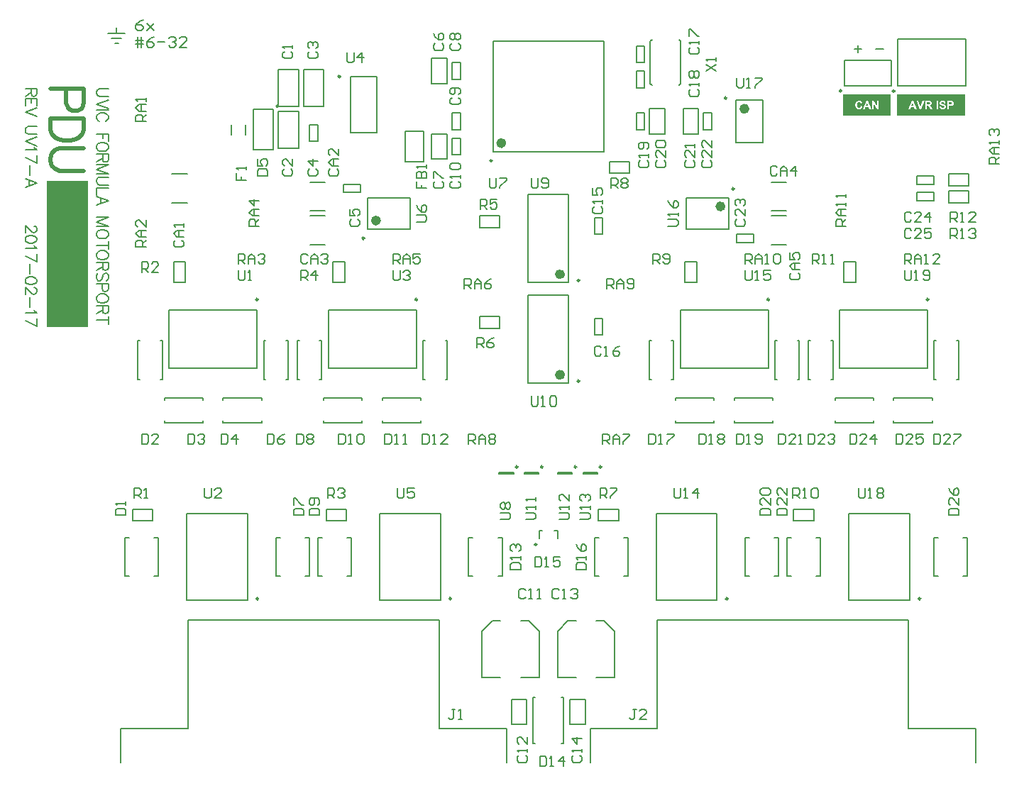
<source format=gto>
G04 Layer_Color=65535*
%FSLAX25Y25*%
%MOIN*%
G70*
G01*
G75*
%ADD45C,0.00787*%
%ADD46C,0.01968*%
%ADD76C,0.00984*%
%ADD77C,0.02362*%
%ADD78R,0.19685X0.68504*%
G36*
X451732Y325590D02*
X419685D01*
Y335433D01*
X451732D01*
Y325590D01*
D02*
G37*
G36*
X416693D02*
X394488D01*
Y335433D01*
X416693D01*
Y325590D01*
D02*
G37*
%LPC*%
G36*
X427408Y332436D02*
X426588D01*
X425097Y328593D01*
X425916D01*
X426232Y329465D01*
X427782D01*
X428110Y328593D01*
X428952D01*
X427408Y332436D01*
D02*
G37*
G36*
X434661D02*
X432942D01*
Y328593D01*
X433720D01*
Y330196D01*
X433965D01*
X434047Y330190D01*
X434112Y330184D01*
X434164Y330172D01*
X434205Y330167D01*
X434235Y330155D01*
X434252Y330149D01*
X434258D01*
X434305Y330132D01*
X434346Y330108D01*
X434422Y330055D01*
X434451Y330032D01*
X434474Y330009D01*
X434486Y329997D01*
X434492Y329991D01*
X434515Y329968D01*
X434539Y329933D01*
X434603Y329851D01*
X434673Y329763D01*
X434738Y329664D01*
X434802Y329570D01*
X434831Y329535D01*
X434855Y329494D01*
X434872Y329465D01*
X434890Y329441D01*
X434896Y329430D01*
X434901Y329424D01*
X435451Y328593D01*
X436381D01*
X435913Y329342D01*
X435861Y329424D01*
X435814Y329494D01*
X435773Y329564D01*
X435726Y329628D01*
X435656Y329734D01*
X435592Y329821D01*
X435539Y329886D01*
X435504Y329927D01*
X435480Y329956D01*
X435475Y329962D01*
X435410Y330026D01*
X435340Y330085D01*
X435270Y330143D01*
X435206Y330190D01*
X435147Y330231D01*
X435100Y330260D01*
X435071Y330278D01*
X435065Y330284D01*
X435059D01*
X435153Y330301D01*
X435235Y330319D01*
X435317Y330342D01*
X435387Y330371D01*
X435457Y330401D01*
X435522Y330430D01*
X435574Y330459D01*
X435627Y330488D01*
X435668Y330518D01*
X435709Y330547D01*
X435738Y330576D01*
X435767Y330594D01*
X435785Y330617D01*
X435802Y330629D01*
X435814Y330635D01*
Y330641D01*
X435861Y330693D01*
X435902Y330752D01*
X435960Y330869D01*
X436007Y330992D01*
X436042Y331103D01*
X436060Y331202D01*
X436065Y331243D01*
Y331284D01*
X436071Y331313D01*
Y331337D01*
Y331348D01*
Y331354D01*
X436065Y331477D01*
X436048Y331594D01*
X436019Y331694D01*
X435990Y331781D01*
X435954Y331857D01*
X435931Y331910D01*
X435908Y331945D01*
X435902Y331957D01*
X435831Y332050D01*
X435761Y332126D01*
X435685Y332191D01*
X435615Y332243D01*
X435551Y332284D01*
X435498Y332314D01*
X435463Y332325D01*
X435457Y332331D01*
X435451D01*
X435399Y332349D01*
X435334Y332366D01*
X435194Y332390D01*
X435048Y332413D01*
X434901Y332425D01*
X434837Y332431D01*
X434714D01*
X434661Y332436D01*
D02*
G37*
G36*
X432550D02*
X431719D01*
X430783Y329593D01*
X429806Y332436D01*
X428969D01*
X430344Y328593D01*
X431181D01*
X432550Y332436D01*
D02*
G37*
G36*
X441202Y332501D02*
X441132D01*
X440974Y332495D01*
X440827Y332477D01*
X440699Y332460D01*
X440588Y332436D01*
X440500Y332407D01*
X440465Y332396D01*
X440436Y332390D01*
X440412Y332378D01*
X440389Y332372D01*
X440383Y332366D01*
X440377D01*
X440266Y332314D01*
X440172Y332249D01*
X440090Y332185D01*
X440026Y332121D01*
X439973Y332062D01*
X439932Y332015D01*
X439909Y331986D01*
X439903Y331980D01*
Y331974D01*
X439851Y331875D01*
X439810Y331781D01*
X439780Y331688D01*
X439763Y331606D01*
X439751Y331530D01*
X439739Y331477D01*
Y331454D01*
Y331436D01*
Y331430D01*
Y331424D01*
X439745Y331343D01*
X439757Y331261D01*
X439774Y331185D01*
X439792Y331114D01*
X439851Y330980D01*
X439915Y330869D01*
X439950Y330822D01*
X439979Y330775D01*
X440008Y330740D01*
X440038Y330711D01*
X440055Y330687D01*
X440073Y330670D01*
X440085Y330658D01*
X440090Y330652D01*
X440143Y330611D01*
X440202Y330570D01*
X440330Y330494D01*
X440476Y330430D01*
X440623Y330377D01*
X440751Y330330D01*
X440810Y330313D01*
X440863Y330301D01*
X440904Y330290D01*
X440933Y330278D01*
X440956Y330272D01*
X440962D01*
X441050Y330249D01*
X441126Y330231D01*
X441196Y330213D01*
X441260Y330196D01*
X441319Y330178D01*
X441366Y330167D01*
X441412Y330155D01*
X441447Y330143D01*
X441506Y330126D01*
X441547Y330114D01*
X441570Y330102D01*
X441576D01*
X441646Y330073D01*
X441705Y330044D01*
X441752Y330020D01*
X441793Y329991D01*
X441822Y329968D01*
X441840Y329950D01*
X441851Y329939D01*
X441857Y329933D01*
X441886Y329898D01*
X441904Y329857D01*
X441927Y329786D01*
X441933Y329751D01*
X441939Y329728D01*
Y329710D01*
Y329704D01*
X441933Y329628D01*
X441910Y329558D01*
X441880Y329494D01*
X441845Y329441D01*
X441804Y329395D01*
X441775Y329365D01*
X441752Y329342D01*
X441746Y329336D01*
X441670Y329283D01*
X441582Y329242D01*
X441489Y329219D01*
X441395Y329196D01*
X441313Y329184D01*
X441249Y329178D01*
X441184D01*
X441056Y329184D01*
X440944Y329207D01*
X440851Y329237D01*
X440769Y329266D01*
X440705Y329301D01*
X440658Y329324D01*
X440628Y329348D01*
X440617Y329353D01*
X440547Y329430D01*
X440488Y329517D01*
X440441Y329611D01*
X440406Y329699D01*
X440377Y329786D01*
X440359Y329851D01*
X440354Y329880D01*
Y329898D01*
X440348Y329909D01*
Y329915D01*
X439593Y329839D01*
X439611Y329722D01*
X439634Y329611D01*
X439663Y329506D01*
X439692Y329412D01*
X439734Y329324D01*
X439769Y329242D01*
X439810Y329172D01*
X439851Y329102D01*
X439891Y329049D01*
X439926Y328997D01*
X439962Y328956D01*
X439991Y328921D01*
X440020Y328891D01*
X440038Y328874D01*
X440049Y328862D01*
X440055Y328856D01*
X440131Y328798D01*
X440219Y328745D01*
X440307Y328704D01*
X440394Y328663D01*
X440488Y328634D01*
X440582Y328605D01*
X440763Y328564D01*
X440851Y328552D01*
X440927Y328540D01*
X440997Y328535D01*
X441056Y328529D01*
X441108Y328523D01*
X441178D01*
X441360Y328529D01*
X441518Y328546D01*
X441658Y328564D01*
X441781Y328593D01*
X441834Y328605D01*
X441880Y328616D01*
X441916Y328628D01*
X441951Y328634D01*
X441974Y328646D01*
X441992Y328651D01*
X442003Y328657D01*
X442009D01*
X442132Y328716D01*
X442231Y328786D01*
X442325Y328856D01*
X442395Y328926D01*
X442454Y328985D01*
X442495Y329038D01*
X442524Y329073D01*
X442530Y329079D01*
Y329084D01*
X442594Y329196D01*
X442641Y329307D01*
X442670Y329412D01*
X442694Y329506D01*
X442705Y329588D01*
X442717Y329652D01*
Y329675D01*
Y329693D01*
Y329704D01*
Y329710D01*
X442711Y329839D01*
X442694Y329956D01*
X442664Y330061D01*
X442641Y330149D01*
X442612Y330219D01*
X442582Y330278D01*
X442565Y330307D01*
X442559Y330319D01*
X442495Y330406D01*
X442430Y330488D01*
X442360Y330553D01*
X442290Y330611D01*
X442231Y330652D01*
X442185Y330687D01*
X442149Y330705D01*
X442144Y330711D01*
X442138D01*
X442085Y330740D01*
X442027Y330763D01*
X441892Y330816D01*
X441758Y330857D01*
X441617Y330904D01*
X441494Y330933D01*
X441442Y330951D01*
X441395Y330962D01*
X441354Y330974D01*
X441325Y330980D01*
X441307Y330986D01*
X441301D01*
X441202Y331009D01*
X441108Y331038D01*
X441026Y331062D01*
X440956Y331085D01*
X440886Y331103D01*
X440833Y331126D01*
X440781Y331144D01*
X440740Y331167D01*
X440699Y331185D01*
X440669Y331196D01*
X440623Y331220D01*
X440599Y331237D01*
X440593Y331243D01*
X440558Y331284D01*
X440529Y331319D01*
X440512Y331360D01*
X440494Y331395D01*
X440488Y331430D01*
X440482Y331454D01*
Y331471D01*
Y331477D01*
X440488Y331530D01*
X440500Y331576D01*
X440517Y331617D01*
X440541Y331653D01*
X440564Y331682D01*
X440582Y331699D01*
X440593Y331711D01*
X440599Y331717D01*
X440675Y331764D01*
X440763Y331799D01*
X440851Y331822D01*
X440933Y331840D01*
X441009Y331852D01*
X441073Y331857D01*
X441126D01*
X441243Y331852D01*
X441342Y331834D01*
X441424Y331816D01*
X441494Y331793D01*
X441547Y331764D01*
X441582Y331746D01*
X441606Y331729D01*
X441611Y331723D01*
X441670Y331670D01*
X441717Y331606D01*
X441752Y331536D01*
X441781Y331465D01*
X441804Y331401D01*
X441816Y331348D01*
X441828Y331313D01*
Y331307D01*
Y331302D01*
X442606Y331331D01*
X442600Y331424D01*
X442582Y331518D01*
X442559Y331606D01*
X442536Y331688D01*
X442471Y331828D01*
X442442Y331892D01*
X442407Y331951D01*
X442372Y332004D01*
X442337Y332050D01*
X442308Y332091D01*
X442278Y332121D01*
X442255Y332144D01*
X442237Y332161D01*
X442226Y332173D01*
X442220Y332179D01*
X442149Y332238D01*
X442068Y332284D01*
X441986Y332331D01*
X441898Y332366D01*
X441717Y332425D01*
X441541Y332460D01*
X441459Y332472D01*
X441383Y332483D01*
X441313Y332489D01*
X441249Y332495D01*
X441202Y332501D01*
D02*
G37*
G36*
X439061Y332436D02*
X438283D01*
Y328593D01*
X439061D01*
Y332436D01*
D02*
G37*
G36*
X444852D02*
X443378D01*
Y328593D01*
X444156D01*
Y330044D01*
X444846D01*
X444928Y330050D01*
X445004D01*
X445080Y330055D01*
X445145Y330061D01*
X445203Y330067D01*
X445256Y330073D01*
X445303D01*
X445344Y330079D01*
X445379Y330085D01*
X445408Y330091D01*
X445431D01*
X445449Y330097D01*
X445461D01*
X445537Y330120D01*
X445613Y330143D01*
X445677Y330172D01*
X445741Y330208D01*
X445788Y330231D01*
X445829Y330254D01*
X445858Y330272D01*
X445864Y330278D01*
X445934Y330336D01*
X445999Y330395D01*
X446057Y330459D01*
X446104Y330523D01*
X446139Y330576D01*
X446169Y330617D01*
X446186Y330646D01*
X446192Y330658D01*
X446233Y330752D01*
X446268Y330851D01*
X446291Y330951D01*
X446303Y331044D01*
X446315Y331126D01*
X446321Y331190D01*
Y331214D01*
Y331231D01*
Y331243D01*
Y331249D01*
X446309Y331413D01*
X446285Y331559D01*
X446250Y331688D01*
X446209Y331799D01*
X446163Y331881D01*
X446145Y331916D01*
X446128Y331945D01*
X446116Y331968D01*
X446104Y331986D01*
X446092Y331992D01*
Y331998D01*
X446005Y332097D01*
X445911Y332179D01*
X445823Y332249D01*
X445736Y332296D01*
X445659Y332337D01*
X445595Y332360D01*
X445572Y332366D01*
X445560Y332372D01*
X445548Y332378D01*
X445542D01*
X445496Y332390D01*
X445443Y332396D01*
X445379Y332407D01*
X445308Y332413D01*
X445156Y332425D01*
X444999Y332431D01*
X444922D01*
X444852Y332436D01*
D02*
G37*
%LPD*%
G36*
X427530Y330114D02*
X426472D01*
X426992Y331541D01*
X427530Y330114D01*
D02*
G37*
G36*
X434656Y331781D02*
X434773D01*
X434825Y331775D01*
X434855D01*
X434872Y331770D01*
X434878D01*
X434942Y331752D01*
X435001Y331734D01*
X435048Y331711D01*
X435089Y331682D01*
X435124Y331658D01*
X435147Y331635D01*
X435159Y331623D01*
X435165Y331617D01*
X435200Y331571D01*
X435223Y331518D01*
X435247Y331465D01*
X435258Y331419D01*
X435264Y331378D01*
X435270Y331343D01*
Y331313D01*
Y331307D01*
X435264Y331243D01*
X435258Y331190D01*
X435247Y331138D01*
X435229Y331097D01*
X435211Y331062D01*
X435200Y331038D01*
X435194Y331021D01*
X435188Y331015D01*
X435159Y330974D01*
X435124Y330945D01*
X435053Y330892D01*
X435018Y330880D01*
X434995Y330869D01*
X434977Y330857D01*
X434972D01*
X434942Y330851D01*
X434901Y330839D01*
X434860Y330834D01*
X434808Y330828D01*
X434697Y330822D01*
X434580Y330816D01*
X434469Y330810D01*
X433720D01*
Y331787D01*
X434603D01*
X434656Y331781D01*
D02*
G37*
G36*
X444788D02*
X444887Y331775D01*
X444963D01*
X445016Y331770D01*
X445051Y331764D01*
X445075Y331758D01*
X445080D01*
X445151Y331740D01*
X445209Y331717D01*
X445268Y331688D01*
X445308Y331658D01*
X445350Y331629D01*
X445373Y331606D01*
X445390Y331588D01*
X445396Y331582D01*
X445437Y331530D01*
X445467Y331471D01*
X445490Y331413D01*
X445502Y331360D01*
X445513Y331313D01*
X445519Y331272D01*
Y331249D01*
Y331237D01*
X445513Y331179D01*
X445507Y331120D01*
X445490Y331068D01*
X445478Y331027D01*
X445461Y330992D01*
X445443Y330962D01*
X445437Y330945D01*
X445431Y330939D01*
X445396Y330892D01*
X445355Y330857D01*
X445314Y330822D01*
X445273Y330799D01*
X445238Y330775D01*
X445209Y330763D01*
X445191Y330757D01*
X445186Y330752D01*
X445156Y330740D01*
X445116Y330734D01*
X445028Y330717D01*
X444928Y330705D01*
X444823Y330699D01*
X444729D01*
X444688Y330693D01*
X444156D01*
Y331787D01*
X444735D01*
X444788Y331781D01*
D02*
G37*
%LPC*%
G36*
X406053Y332434D02*
X405234D01*
X403742Y328590D01*
X404561D01*
X404877Y329462D01*
X406427D01*
X406755Y328590D01*
X407597D01*
X406053Y332434D01*
D02*
G37*
G36*
X411060D02*
X410341D01*
Y329854D01*
X408755Y332434D01*
X408007D01*
Y328590D01*
X408726D01*
Y331111D01*
X410282Y328590D01*
X411060D01*
Y332434D01*
D02*
G37*
G36*
X401987Y332498D02*
X401917D01*
X401770Y332492D01*
X401630Y332474D01*
X401496Y332451D01*
X401373Y332416D01*
X401256Y332375D01*
X401150Y332328D01*
X401051Y332281D01*
X400963Y332235D01*
X400881Y332182D01*
X400811Y332135D01*
X400753Y332088D01*
X400700Y332047D01*
X400665Y332012D01*
X400636Y331989D01*
X400618Y331971D01*
X400612Y331965D01*
X400524Y331860D01*
X400448Y331749D01*
X400384Y331632D01*
X400326Y331509D01*
X400279Y331386D01*
X400244Y331258D01*
X400209Y331141D01*
X400185Y331018D01*
X400162Y330907D01*
X400144Y330807D01*
X400138Y330714D01*
X400127Y330632D01*
Y330567D01*
X400121Y330515D01*
Y330486D01*
Y330474D01*
X400127Y330310D01*
X400144Y330152D01*
X400168Y330006D01*
X400197Y329871D01*
X400238Y329743D01*
X400279Y329626D01*
X400320Y329514D01*
X400366Y329421D01*
X400413Y329333D01*
X400454Y329257D01*
X400501Y329193D01*
X400536Y329140D01*
X400565Y329099D01*
X400589Y329070D01*
X400606Y329052D01*
X400612Y329046D01*
X400706Y328953D01*
X400805Y328877D01*
X400911Y328806D01*
X401016Y328748D01*
X401121Y328695D01*
X401227Y328654D01*
X401326Y328619D01*
X401425Y328590D01*
X401519Y328567D01*
X401601Y328555D01*
X401677Y328543D01*
X401741Y328532D01*
X401794D01*
X401835Y328526D01*
X401870D01*
X401981Y328532D01*
X402092Y328537D01*
X402192Y328555D01*
X402291Y328573D01*
X402379Y328596D01*
X402461Y328619D01*
X402537Y328649D01*
X402607Y328678D01*
X402671Y328707D01*
X402730Y328736D01*
X402777Y328760D01*
X402818Y328783D01*
X402847Y328801D01*
X402870Y328818D01*
X402882Y328824D01*
X402888Y328830D01*
X402964Y328888D01*
X403028Y328959D01*
X403151Y329105D01*
X403251Y329263D01*
X403327Y329415D01*
X403362Y329485D01*
X403391Y329555D01*
X403414Y329614D01*
X403432Y329666D01*
X403449Y329713D01*
X403461Y329743D01*
X403467Y329766D01*
Y329772D01*
X402712Y330006D01*
X402671Y329854D01*
X402619Y329731D01*
X402566Y329620D01*
X402514Y329532D01*
X402467Y329468D01*
X402426Y329415D01*
X402402Y329392D01*
X402391Y329380D01*
X402303Y329315D01*
X402215Y329269D01*
X402127Y329234D01*
X402040Y329210D01*
X401969Y329199D01*
X401911Y329193D01*
X401888Y329187D01*
X401858D01*
X401782Y329193D01*
X401712Y329199D01*
X401577Y329234D01*
X401460Y329280D01*
X401361Y329339D01*
X401285Y329397D01*
X401227Y329444D01*
X401191Y329479D01*
X401186Y329485D01*
X401180Y329491D01*
X401133Y329555D01*
X401098Y329626D01*
X401063Y329702D01*
X401033Y329784D01*
X400987Y329959D01*
X400957Y330129D01*
X400946Y330210D01*
X400934Y330287D01*
X400928Y330351D01*
Y330415D01*
X400922Y330462D01*
Y330503D01*
Y330526D01*
Y330532D01*
X400928Y330655D01*
X400934Y330772D01*
X400946Y330883D01*
X400963Y330977D01*
X400981Y331070D01*
X401004Y331152D01*
X401028Y331223D01*
X401057Y331287D01*
X401080Y331345D01*
X401104Y331392D01*
X401127Y331433D01*
X401145Y331468D01*
X401162Y331492D01*
X401174Y331515D01*
X401186Y331521D01*
Y331527D01*
X401238Y331579D01*
X401291Y331632D01*
X401349Y331673D01*
X401402Y331708D01*
X401519Y331761D01*
X401630Y331796D01*
X401730Y331819D01*
X401770Y331825D01*
X401806Y331831D01*
X401835Y331837D01*
X401876D01*
X401987Y331831D01*
X402086Y331808D01*
X402180Y331784D01*
X402256Y331749D01*
X402320Y331720D01*
X402361Y331691D01*
X402391Y331667D01*
X402402Y331661D01*
X402478Y331591D01*
X402537Y331515D01*
X402590Y331439D01*
X402625Y331363D01*
X402654Y331293D01*
X402677Y331240D01*
X402683Y331205D01*
X402689Y331199D01*
Y331193D01*
X403455Y331375D01*
X403403Y331539D01*
X403338Y331679D01*
X403268Y331796D01*
X403204Y331895D01*
X403145Y331977D01*
X403098Y332030D01*
X403069Y332065D01*
X403063Y332077D01*
X403057D01*
X402970Y332153D01*
X402882Y332217D01*
X402788Y332270D01*
X402695Y332322D01*
X402601Y332363D01*
X402502Y332393D01*
X402414Y332422D01*
X402320Y332445D01*
X402239Y332463D01*
X402162Y332474D01*
X402092Y332486D01*
X402034Y332492D01*
X401987Y332498D01*
D02*
G37*
%LPD*%
G36*
X406176Y330111D02*
X405117D01*
X405637Y331539D01*
X406176Y330111D01*
D02*
G37*
D45*
X79134Y298031D02*
X86221D01*
X79134Y284646D02*
X86221D01*
X197244Y303937D02*
Y318110D01*
X188583Y303937D02*
X197244D01*
X188583D02*
Y318110D01*
X197244D01*
X429134Y289370D02*
X437008D01*
Y285433D02*
Y289370D01*
X429134Y285433D02*
X437008D01*
X429134D02*
Y289370D01*
Y297244D02*
X437008D01*
Y293307D02*
Y297244D01*
X429134Y293307D02*
X437008D01*
X429134D02*
Y297244D01*
X251575Y126673D02*
Y130610D01*
X253150D01*
X260236Y126673D02*
Y130610D01*
X258661D02*
X260236D01*
X278937Y157283D02*
Y157677D01*
X272244Y157283D02*
Y157677D01*
X278937D01*
X272244Y157283D02*
X278937D01*
X260433D02*
X267126D01*
X260433Y157677D02*
X267126D01*
X260433Y157283D02*
Y157677D01*
X267126Y157283D02*
Y157677D01*
X251378Y157283D02*
Y157677D01*
X244685Y157283D02*
Y157677D01*
X251378D01*
X244685Y157283D02*
X251378D01*
X232874D02*
X239567D01*
X232874Y157677D02*
X239567D01*
X232874Y157283D02*
Y157677D01*
X239567Y157283D02*
Y157677D01*
X400394Y247244D02*
Y256693D01*
X394882Y247244D02*
X400394D01*
X394882D02*
Y256693D01*
X400394D01*
X191142Y272244D02*
Y286811D01*
X171063Y272244D02*
Y286811D01*
X191142D01*
X171063Y272244D02*
X191142D01*
X325591Y247244D02*
Y256693D01*
X320079Y247244D02*
X325591D01*
X320079D02*
Y256693D01*
X325591D01*
X160236Y247244D02*
Y256693D01*
X154724Y247244D02*
X160236D01*
X154724D02*
Y256693D01*
X160236D01*
X85433Y247244D02*
Y256693D01*
X79921Y247244D02*
X85433D01*
X79921D02*
Y256693D01*
X85433D01*
X223622Y231102D02*
X233071D01*
Y225590D02*
Y231102D01*
X223622Y225590D02*
X233071D01*
X223622D02*
Y231102D01*
Y278346D02*
X233071D01*
Y272835D02*
Y278346D01*
X223622Y272835D02*
X233071D01*
X223622D02*
Y278346D01*
X281496Y269685D02*
Y277559D01*
X277559Y269685D02*
X281496D01*
X277559D02*
Y277559D01*
X281496D01*
Y222441D02*
Y230315D01*
X277559Y222441D02*
X281496D01*
X277559D02*
Y230315D01*
X281496D01*
X344488Y265748D02*
X352362D01*
X344488D02*
Y269685D01*
X352362D01*
Y265748D02*
Y269685D01*
X159803Y293307D02*
X167677D01*
Y289370D02*
Y293307D01*
X159803Y289370D02*
X167677D01*
X159803D02*
Y293307D01*
X284646Y298425D02*
X294094D01*
X284646D02*
Y303937D01*
X294094D01*
Y298425D02*
Y303937D01*
X60630Y140551D02*
X70079D01*
Y135039D02*
Y140551D01*
X60630Y135039D02*
X70079D01*
X60630D02*
Y140551D01*
X151575D02*
X161024D01*
Y135039D02*
Y140551D01*
X151575Y135039D02*
X161024D01*
X151575D02*
Y140551D01*
X279528D02*
X288976D01*
Y135039D02*
Y140551D01*
X279528Y135039D02*
X288976D01*
X279528D02*
Y140551D01*
X371161D02*
X380610D01*
Y135039D02*
Y140551D01*
X371161Y135039D02*
X380610D01*
X371161D02*
Y140551D01*
X273228Y39370D02*
Y51181D01*
X266142Y39370D02*
Y51181D01*
X273228D01*
X266142Y39370D02*
X273228D01*
X113583Y316535D02*
Y321260D01*
X106890Y316535D02*
Y321260D01*
X248720Y30610D02*
Y52067D01*
X263091Y30610D02*
Y52067D01*
X248720Y30610D02*
X249606D01*
X262205D02*
X263091D01*
X248720Y52067D02*
X249606D01*
X262205D02*
X263091D01*
X278346Y88189D02*
X282087D01*
X287008Y83268D01*
X260236D02*
X265158Y88189D01*
X268898D01*
X287008Y61417D02*
Y83268D01*
X278346Y61417D02*
X287008D01*
X260236D02*
X268898D01*
X260236D02*
Y83268D01*
X143701Y313346D02*
Y321220D01*
X147638D01*
Y313346D02*
Y321220D01*
X143701Y313346D02*
X147638D01*
X138583Y329921D02*
Y347244D01*
X129134Y329921D02*
X138583D01*
X129134D02*
Y347244D01*
X138583D01*
X129134Y310236D02*
Y327559D01*
X138583D01*
Y310236D02*
Y327559D01*
X129134Y310236D02*
X138583D01*
X245669Y39370D02*
Y51181D01*
X238583Y39370D02*
Y51181D01*
X245669D01*
X238583Y39370D02*
X245669D01*
X246457Y288386D02*
X265354D01*
X246457Y247047D02*
X265354D01*
X246457D02*
Y288386D01*
X265354Y247047D02*
Y288386D01*
X246457Y241142D02*
X265354D01*
X246457Y199803D02*
X265354D01*
X246457D02*
Y241142D01*
X265354Y199803D02*
Y241142D01*
X317421Y339665D02*
X318209Y340453D01*
X317421Y361122D02*
X318209Y360335D01*
X303839D02*
X304626Y361122D01*
X303839Y340453D02*
X304626Y339665D01*
X318209Y340453D02*
Y352756D01*
X317323Y339665D02*
X317421D01*
X318209Y352756D02*
Y360335D01*
X317323Y361122D02*
X317421D01*
X304626D02*
X304724D01*
X303839Y348032D02*
Y360335D01*
Y340453D02*
Y348032D01*
X304626Y339665D02*
X304724D01*
X344094Y312992D02*
X356693D01*
X344094Y332677D02*
X356693D01*
Y312992D02*
Y332677D01*
X344094Y312992D02*
Y332677D01*
X205217Y97835D02*
Y138386D01*
X176673Y97835D02*
Y138386D01*
Y97835D02*
X205217D01*
X176673Y138386D02*
X205217D01*
X397146D02*
X425689D01*
X397146Y97835D02*
X425689D01*
X397146D02*
Y138386D01*
X425689Y97835D02*
Y138386D01*
X114665Y97835D02*
Y138386D01*
X86122Y97835D02*
Y138386D01*
Y97835D02*
X114665D01*
X86122Y138386D02*
X114665D01*
X306594Y138386D02*
X335138D01*
X306594Y97835D02*
X335138D01*
X306594D02*
Y138386D01*
X335138Y97835D02*
Y138386D01*
X392717Y234055D02*
X434055D01*
X392717Y206890D02*
X434055D01*
Y234055D01*
X392717Y206890D02*
Y234055D01*
X317914Y206890D02*
Y234055D01*
X359252Y206890D02*
Y234055D01*
X317914Y206890D02*
X359252D01*
X317914Y234055D02*
X359252D01*
X152559D02*
X193898D01*
X152559Y206890D02*
X193898D01*
Y234055D01*
X152559Y206890D02*
Y234055D01*
X77756Y206890D02*
Y234055D01*
X119095Y206890D02*
Y234055D01*
X77756Y206890D02*
X119095D01*
X77756Y234055D02*
X119095D01*
X229921Y308661D02*
X281890D01*
X229921Y360630D02*
X281890D01*
X229921Y308661D02*
Y360630D01*
X281890Y308661D02*
Y360630D01*
X163189Y317520D02*
X175394D01*
X163189Y343898D02*
X175394D01*
Y317520D02*
Y343898D01*
X163189Y317520D02*
Y343898D01*
X275591Y37402D02*
X307087D01*
Y88583D01*
X425197D01*
Y37402D02*
Y88583D01*
Y37402D02*
X456693D01*
Y21654D02*
Y37402D01*
X275591Y21654D02*
Y37402D01*
X55118D02*
X86614D01*
Y88583D01*
X204724D01*
Y37402D02*
Y88583D01*
Y37402D02*
X236220D01*
Y21654D02*
Y37402D01*
X55118Y21654D02*
Y37402D01*
X126772Y309449D02*
Y328346D01*
X117323Y309449D02*
X126772D01*
X117323D02*
Y328346D01*
X126772D01*
X147638Y109055D02*
X149646D01*
X147638Y127165D02*
X149646D01*
X161378Y109055D02*
X163386D01*
X161378Y127165D02*
X163386D01*
X147638Y109055D02*
Y127165D01*
X163386Y109055D02*
Y127165D01*
X368110Y109055D02*
X370118D01*
X368110Y127165D02*
X370118D01*
X381851Y109055D02*
X383858D01*
X381851Y127165D02*
X383858D01*
X368110Y109055D02*
Y127165D01*
X383858Y109055D02*
Y127165D01*
X389567Y201575D02*
Y219685D01*
X378150Y201575D02*
Y219685D01*
X388661D02*
X389567D01*
X388661Y201575D02*
X389567D01*
X378150Y219685D02*
X379055D01*
X378150Y201575D02*
X379055D01*
X149409Y201575D02*
Y219685D01*
X137992Y201575D02*
Y219685D01*
X148504D02*
X149409D01*
X148504Y201575D02*
X149409D01*
X137992Y219685D02*
X138898D01*
X137992Y201575D02*
X138898D01*
X390551Y192717D02*
X408662D01*
X390551Y181299D02*
X408662D01*
X390551Y191811D02*
Y192717D01*
X408662Y191811D02*
Y192717D01*
X390551Y181299D02*
Y182205D01*
X408662Y181299D02*
Y182205D01*
X150394Y192717D02*
X168504D01*
X150394Y181299D02*
X168504D01*
X150394Y191811D02*
Y192717D01*
X168504Y191811D02*
Y192717D01*
X150394Y181299D02*
Y182205D01*
X168504Y181299D02*
Y182205D01*
X418110Y181299D02*
X436221D01*
X418110Y192717D02*
X436221D01*
Y181299D02*
Y182205D01*
X418110Y181299D02*
Y182205D01*
X436221Y191811D02*
Y192717D01*
X418110Y191811D02*
Y192717D01*
X177953Y181299D02*
X196063D01*
X177953Y192717D02*
X196063D01*
Y181299D02*
Y182205D01*
X177953Y181299D02*
Y182205D01*
X196063Y191811D02*
Y192717D01*
X177953Y191811D02*
Y192717D01*
X448622Y201575D02*
Y219685D01*
X437205Y201575D02*
Y219685D01*
X447717D02*
X448622D01*
X447717Y201575D02*
X448622D01*
X437205Y219685D02*
X438110D01*
X437205Y201575D02*
X438110D01*
X208465Y201575D02*
Y219685D01*
X197047Y201575D02*
Y219685D01*
X207559D02*
X208465D01*
X207559Y201575D02*
X208465D01*
X197047Y219685D02*
X197953D01*
X197047Y201575D02*
X197953D01*
X314764Y201575D02*
Y219685D01*
X303346Y201575D02*
Y219685D01*
X313858D02*
X314764D01*
X313858Y201575D02*
X314764D01*
X303346Y219685D02*
X304252D01*
X303346Y201575D02*
X304252D01*
X74606Y201575D02*
Y219685D01*
X63189Y201575D02*
Y219685D01*
X73701D02*
X74606D01*
X73701Y201575D02*
X74606D01*
X63189Y219685D02*
X64095D01*
X63189Y201575D02*
X64095D01*
X315748Y192717D02*
X333858D01*
X315748Y181299D02*
X333858D01*
X315748Y191811D02*
Y192717D01*
X333858Y191811D02*
Y192717D01*
X315748Y181299D02*
Y182205D01*
X333858Y181299D02*
Y182205D01*
X75590Y192717D02*
X93701D01*
X75590Y181299D02*
X93701D01*
X75590Y191811D02*
Y192717D01*
X93701Y191811D02*
Y192717D01*
X75590Y181299D02*
Y182205D01*
X93701Y181299D02*
Y182205D01*
X343307Y181299D02*
X361418D01*
X343307Y192717D02*
X361418D01*
Y181299D02*
Y182205D01*
X343307Y181299D02*
Y182205D01*
X361418Y191811D02*
Y192717D01*
X343307Y191811D02*
Y192717D01*
X103149Y181299D02*
X121260D01*
X103149Y192717D02*
X121260D01*
Y181299D02*
Y182205D01*
X103149Y181299D02*
Y182205D01*
X121260Y191811D02*
Y192717D01*
X103149Y191811D02*
Y192717D01*
X373819Y201575D02*
Y219685D01*
X362402Y201575D02*
Y219685D01*
X372914D02*
X373819D01*
X372914Y201575D02*
X373819D01*
X362402Y219685D02*
X363307D01*
X362402Y201575D02*
X363307D01*
X133661Y201575D02*
Y219685D01*
X122244Y201575D02*
Y219685D01*
X132756D02*
X133661D01*
X132756Y201575D02*
X133661D01*
X122244Y219685D02*
X123150D01*
X122244Y201575D02*
X123150D01*
X218504Y109055D02*
X220512D01*
X218504Y127165D02*
X220512D01*
X232244Y109055D02*
X234252D01*
X232244Y127165D02*
X234252D01*
X218504Y109055D02*
Y127165D01*
X234252Y109055D02*
Y127165D01*
X437008Y109055D02*
X439016D01*
X437008Y127165D02*
X439016D01*
X450748Y109055D02*
X452756D01*
X450748Y127165D02*
X452756D01*
X437008Y109055D02*
Y127165D01*
X452756Y109055D02*
Y127165D01*
X57087Y109055D02*
X59094D01*
X57087Y127165D02*
X59094D01*
X70827Y109055D02*
X72835D01*
X70827Y127165D02*
X72835D01*
X57087Y109055D02*
Y127165D01*
X72835Y109055D02*
Y127165D01*
X277559Y109055D02*
X279567D01*
X277559Y127165D02*
X279567D01*
X291299Y109055D02*
X293307D01*
X291299Y127165D02*
X293307D01*
X277559Y109055D02*
Y127165D01*
X293307Y109055D02*
Y127165D01*
X127953Y109055D02*
X129961D01*
X127953Y127165D02*
X129961D01*
X141693Y109055D02*
X143701D01*
X141693Y127165D02*
X143701D01*
X127953Y109055D02*
Y127165D01*
X143701Y109055D02*
Y127165D01*
X348425Y109055D02*
X350433D01*
X348425Y127165D02*
X350433D01*
X362165Y109055D02*
X364173D01*
X362165Y127165D02*
X364173D01*
X348425Y109055D02*
Y127165D01*
X364173Y109055D02*
Y127165D01*
X150394Y329921D02*
Y347244D01*
X140945Y329921D02*
X150394D01*
X140945D02*
Y347244D01*
X150394D01*
X224803Y61417D02*
Y83268D01*
Y61417D02*
X233465D01*
X242913D02*
X251575D01*
Y83268D01*
X229724Y88189D02*
X233465D01*
X224803Y83268D02*
X229724Y88189D01*
X246654D02*
X251575Y83268D01*
X242913Y88189D02*
X246654D01*
X319291Y316929D02*
Y328740D01*
X326378Y316929D02*
Y328740D01*
X319291Y316929D02*
X326378D01*
X319291Y328740D02*
X326378D01*
X332677Y318898D02*
Y326772D01*
X328740Y318898D02*
X332677D01*
X328740D02*
Y326772D01*
X332677D01*
X297244Y350394D02*
Y358268D01*
X301181D01*
Y350394D02*
Y358268D01*
X297244Y350394D02*
X301181D01*
Y338583D02*
Y346457D01*
X297244Y338583D02*
X301181D01*
X297244D02*
Y346457D01*
X301181D01*
X208268Y340551D02*
Y352362D01*
X201181Y340551D02*
Y352362D01*
X208268D01*
X201181Y340551D02*
X208268D01*
X303543Y316929D02*
Y328740D01*
X310630Y316929D02*
Y328740D01*
X303543Y316929D02*
X310630D01*
X303543Y328740D02*
X310630D01*
X210630Y342520D02*
Y350394D01*
X214567D01*
Y342520D02*
Y350394D01*
X210630Y342520D02*
X214567D01*
X301181Y318898D02*
Y326772D01*
X297244Y318898D02*
X301181D01*
X297244D02*
Y326772D01*
X301181D01*
X201181Y305118D02*
Y316929D01*
X208268Y305118D02*
Y316929D01*
X201181Y305118D02*
X208268D01*
X201181Y316929D02*
X208268D01*
X214567Y307087D02*
Y314961D01*
X210630Y307087D02*
X214567D01*
X210630D02*
Y314961D01*
X214567D01*
Y318898D02*
Y326772D01*
X210630Y318898D02*
X214567D01*
X210630D02*
Y326772D01*
X214567D01*
X320669Y272244D02*
Y286811D01*
X340748Y272244D02*
Y286811D01*
X320669Y272244D02*
X340748D01*
X320669Y286811D02*
X340748D01*
X451968Y339370D02*
Y361417D01*
X419921D02*
X451968D01*
X419921Y339370D02*
X451968D01*
X419921D02*
Y361417D01*
X395000Y339370D02*
Y351575D01*
Y339370D02*
X417047D01*
Y351575D01*
X395000D02*
X417047D01*
X453543Y292520D02*
Y298031D01*
X444095D02*
X453543D01*
X444095Y292520D02*
Y298031D01*
Y292520D02*
X453543D01*
Y284646D02*
Y290158D01*
X444095D02*
X453543D01*
X444095Y284646D02*
Y290158D01*
Y284646D02*
X453543D01*
X52362Y359449D02*
X53937D01*
X50787Y361811D02*
X55512D01*
X49213Y364173D02*
X57087D01*
X53150D02*
Y366929D01*
X144095Y280709D02*
X151181D01*
X144095Y294094D02*
X151181D01*
X144095Y264961D02*
X151181D01*
X144095Y278346D02*
X151181D01*
X360630Y264961D02*
X367717D01*
X360630Y278346D02*
X367717D01*
X360630Y294094D02*
X367717D01*
X360630Y280709D02*
X367717D01*
X65616Y370626D02*
X63910Y369774D01*
X62205Y368068D01*
Y366363D01*
X63058Y365510D01*
X64763D01*
X65616Y366363D01*
Y367215D01*
X64763Y368068D01*
X62205D01*
X67321Y368921D02*
X70732Y365510D01*
X69027Y367215D01*
X70732Y368921D01*
X67321Y365510D01*
X63058Y357480D02*
Y362597D01*
X64763D02*
Y357480D01*
X62205Y360891D02*
X64763D01*
X65616D01*
X62205Y359186D02*
X65616D01*
X70732Y362597D02*
X69027Y361744D01*
X67321Y360038D01*
Y358333D01*
X68174Y357480D01*
X69879D01*
X70732Y358333D01*
Y359186D01*
X69879Y360038D01*
X67321D01*
X72438D02*
X75849D01*
X77554Y361744D02*
X78407Y362597D01*
X80112D01*
X80965Y361744D01*
Y360891D01*
X80112Y360038D01*
X79260D01*
X80112D01*
X80965Y359186D01*
Y358333D01*
X80112Y357480D01*
X78407D01*
X77554Y358333D01*
X86082Y357480D02*
X82671D01*
X86082Y360891D01*
Y361744D01*
X85229Y362597D01*
X83523D01*
X82671Y361744D01*
X66929Y263779D02*
X62206D01*
Y266141D01*
X62993Y266928D01*
X64568D01*
X65355Y266141D01*
Y263779D01*
Y265354D02*
X66929Y266928D01*
Y268502D02*
X63780D01*
X62206Y270077D01*
X63780Y271651D01*
X66929D01*
X64568D01*
Y268502D01*
X66929Y276374D02*
Y273225D01*
X63780Y276374D01*
X62993D01*
X62206Y275587D01*
Y274012D01*
X62993Y273225D01*
X80710Y266928D02*
X79923Y266141D01*
Y264567D01*
X80710Y263779D01*
X83859D01*
X84646Y264567D01*
Y266141D01*
X83859Y266928D01*
X84646Y268502D02*
X81497D01*
X79923Y270077D01*
X81497Y271651D01*
X84646D01*
X82284D01*
Y268502D01*
X84646Y273225D02*
Y274800D01*
Y274012D01*
X79923D01*
X80710Y273225D01*
X194096Y294487D02*
Y291339D01*
X196458D01*
Y292913D01*
Y291339D01*
X198819D01*
X194096Y296061D02*
X198819D01*
Y298423D01*
X198032Y299210D01*
X197245D01*
X196458Y298423D01*
Y296061D01*
Y298423D01*
X195670Y299210D01*
X194883D01*
X194096Y298423D01*
Y296061D01*
X198819Y300784D02*
Y302359D01*
Y301571D01*
X194096D01*
X194883Y300784D01*
X426377Y271652D02*
X425590Y272439D01*
X424016D01*
X423228Y271652D01*
Y268504D01*
X424016Y267717D01*
X425590D01*
X426377Y268504D01*
X431100Y267717D02*
X427951D01*
X431100Y270865D01*
Y271652D01*
X430313Y272439D01*
X428738D01*
X427951Y271652D01*
X435823Y272439D02*
X432674D01*
Y270078D01*
X434248Y270865D01*
X435036D01*
X435823Y270078D01*
Y268504D01*
X435036Y267717D01*
X433461D01*
X432674Y268504D01*
X426377Y279526D02*
X425590Y280313D01*
X424016D01*
X423228Y279526D01*
Y276378D01*
X424016Y275590D01*
X425590D01*
X426377Y276378D01*
X431100Y275590D02*
X427951D01*
X431100Y278739D01*
Y279526D01*
X430313Y280313D01*
X428738D01*
X427951Y279526D01*
X435036Y275590D02*
Y280313D01*
X432674Y277952D01*
X435823D01*
X249606Y118109D02*
Y113386D01*
X251968D01*
X252755Y114173D01*
Y117322D01*
X251968Y118109D01*
X249606D01*
X254329Y113386D02*
X255904D01*
X255116D01*
Y118109D01*
X254329Y117322D01*
X261414Y118109D02*
X258265D01*
Y115747D01*
X259839Y116534D01*
X260626D01*
X261414Y115747D01*
Y114173D01*
X260626Y113386D01*
X259052D01*
X258265Y114173D01*
X270868Y135827D02*
X274803D01*
X275590Y136614D01*
Y138188D01*
X274803Y138975D01*
X270868D01*
X275590Y140550D02*
Y142124D01*
Y141337D01*
X270868D01*
X271655Y140550D01*
Y144485D02*
X270868Y145273D01*
Y146847D01*
X271655Y147634D01*
X272442D01*
X273229Y146847D01*
Y146060D01*
Y146847D01*
X274016Y147634D01*
X274803D01*
X275590Y146847D01*
Y145273D01*
X274803Y144485D01*
X261025Y135827D02*
X264961D01*
X265748Y136614D01*
Y138188D01*
X264961Y138975D01*
X261025D01*
X265748Y140550D02*
Y142124D01*
Y141337D01*
X261025D01*
X261812Y140550D01*
X265748Y147634D02*
Y144485D01*
X262599Y147634D01*
X261812D01*
X261025Y146847D01*
Y145273D01*
X261812Y144485D01*
X245277Y135827D02*
X249213D01*
X250000Y136614D01*
Y138188D01*
X249213Y138975D01*
X245277D01*
X250000Y140550D02*
Y142124D01*
Y141337D01*
X245277D01*
X246064Y140550D01*
X250000Y144485D02*
Y146060D01*
Y145273D01*
X245277D01*
X246064Y144485D01*
X233466Y135827D02*
X237402D01*
X238189Y136614D01*
Y138188D01*
X237402Y138975D01*
X233466D01*
X234253Y140550D02*
X233466Y141337D01*
Y142911D01*
X234253Y143698D01*
X235040D01*
X235827Y142911D01*
X236615Y143698D01*
X237402D01*
X238189Y142911D01*
Y141337D01*
X237402Y140550D01*
X236615D01*
X235827Y141337D01*
X235040Y140550D01*
X234253D01*
X235827Y141337D02*
Y142911D01*
X379921Y255906D02*
Y260628D01*
X382283D01*
X383070Y259841D01*
Y258267D01*
X382283Y257480D01*
X379921D01*
X381496D02*
X383070Y255906D01*
X384644D02*
X386218D01*
X385431D01*
Y260628D01*
X384644Y259841D01*
X388580Y255906D02*
X390154D01*
X389367D01*
Y260628D01*
X388580Y259841D01*
X139764Y248031D02*
Y252754D01*
X142125D01*
X142912Y251967D01*
Y250393D01*
X142125Y249606D01*
X139764D01*
X141338D02*
X142912Y248031D01*
X146848D02*
Y252754D01*
X144487Y250393D01*
X147635D01*
X305118Y255906D02*
Y260628D01*
X307480D01*
X308267Y259841D01*
Y258267D01*
X307480Y257480D01*
X305118D01*
X306692D02*
X308267Y255906D01*
X309841Y256693D02*
X310628Y255906D01*
X312202D01*
X312990Y256693D01*
Y259841D01*
X312202Y260628D01*
X310628D01*
X309841Y259841D01*
Y259054D01*
X310628Y258267D01*
X312990D01*
X64961Y251969D02*
Y256691D01*
X67322D01*
X68109Y255904D01*
Y254330D01*
X67322Y253543D01*
X64961D01*
X66535D02*
X68109Y251969D01*
X72832D02*
X69683D01*
X72832Y255117D01*
Y255904D01*
X72045Y256691D01*
X70471D01*
X69683Y255904D01*
X223987Y281562D02*
Y286285D01*
X226349D01*
X227136Y285498D01*
Y283924D01*
X226349Y283137D01*
X223987D01*
X225562D02*
X227136Y281562D01*
X231859Y286285D02*
X228710D01*
Y283924D01*
X230285Y284711D01*
X231072D01*
X231859Y283924D01*
Y282349D01*
X231072Y281562D01*
X229497D01*
X228710Y282349D01*
X222441Y216535D02*
Y221258D01*
X224802D01*
X225589Y220471D01*
Y218897D01*
X224802Y218110D01*
X222441D01*
X224015D02*
X225589Y216535D01*
X230312Y221258D02*
X228738Y220471D01*
X227164Y218897D01*
Y217323D01*
X227951Y216535D01*
X229525D01*
X230312Y217323D01*
Y218110D01*
X229525Y218897D01*
X227164D01*
X66929Y322835D02*
X62206D01*
Y325196D01*
X62993Y325983D01*
X64568D01*
X65355Y325196D01*
Y322835D01*
Y324409D02*
X66929Y325983D01*
Y327557D02*
X63780D01*
X62206Y329132D01*
X63780Y330706D01*
X66929D01*
X64568D01*
Y327557D01*
X66929Y332280D02*
Y333855D01*
Y333068D01*
X62206D01*
X62993Y332280D01*
X277560Y282676D02*
X276773Y281889D01*
Y280315D01*
X277560Y279528D01*
X280709D01*
X281496Y280315D01*
Y281889D01*
X280709Y282676D01*
X281496Y284250D02*
Y285825D01*
Y285038D01*
X276773D01*
X277560Y284250D01*
X276773Y291335D02*
Y288186D01*
X279135D01*
X278347Y289760D01*
Y290548D01*
X279135Y291335D01*
X280709D01*
X281496Y290548D01*
Y288973D01*
X280709Y288186D01*
X280708Y216534D02*
X279921Y217321D01*
X278346D01*
X277559Y216534D01*
Y213386D01*
X278346Y212598D01*
X279921D01*
X280708Y213386D01*
X282282Y212598D02*
X283856D01*
X283069D01*
Y217321D01*
X282282Y216534D01*
X289366Y217321D02*
X287792Y216534D01*
X286218Y214960D01*
Y213386D01*
X287005Y212598D01*
X288579D01*
X289366Y213386D01*
Y214173D01*
X288579Y214960D01*
X286218D01*
X344490Y276771D02*
X343702Y275984D01*
Y274409D01*
X344490Y273622D01*
X347638D01*
X348425Y274409D01*
Y275984D01*
X347638Y276771D01*
X348425Y281493D02*
Y278345D01*
X345277Y281493D01*
X344490D01*
X343702Y280706D01*
Y279132D01*
X344490Y278345D01*
Y283068D02*
X343702Y283855D01*
Y285429D01*
X344490Y286216D01*
X345277D01*
X346064Y285429D01*
Y284642D01*
Y285429D01*
X346851Y286216D01*
X347638D01*
X348425Y285429D01*
Y283855D01*
X347638Y283068D01*
X163387Y276771D02*
X162600Y275984D01*
Y274409D01*
X163387Y273622D01*
X166536D01*
X167323Y274409D01*
Y275984D01*
X166536Y276771D01*
X162600Y281493D02*
Y278345D01*
X164961D01*
X164174Y279919D01*
Y280706D01*
X164961Y281493D01*
X166536D01*
X167323Y280706D01*
Y279132D01*
X166536Y278345D01*
X285433Y291339D02*
Y296061D01*
X287794D01*
X288582Y295274D01*
Y293700D01*
X287794Y292913D01*
X285433D01*
X287007D02*
X288582Y291339D01*
X290156Y295274D02*
X290943Y296061D01*
X292517D01*
X293304Y295274D01*
Y294487D01*
X292517Y293700D01*
X293304Y292913D01*
Y292126D01*
X292517Y291339D01*
X290943D01*
X290156Y292126D01*
Y292913D01*
X290943Y293700D01*
X290156Y294487D01*
Y295274D01*
X290943Y293700D02*
X292517D01*
X61417Y145669D02*
Y150392D01*
X63779D01*
X64566Y149605D01*
Y148031D01*
X63779Y147244D01*
X61417D01*
X62992D02*
X64566Y145669D01*
X66140D02*
X67715D01*
X66927D01*
Y150392D01*
X66140Y149605D01*
X152362Y145669D02*
Y150392D01*
X154724D01*
X155511Y149605D01*
Y148031D01*
X154724Y147244D01*
X152362D01*
X153937D02*
X155511Y145669D01*
X157085Y149605D02*
X157872Y150392D01*
X159447D01*
X160234Y149605D01*
Y148818D01*
X159447Y148031D01*
X158659D01*
X159447D01*
X160234Y147244D01*
Y146456D01*
X159447Y145669D01*
X157872D01*
X157085Y146456D01*
X280315Y145669D02*
Y150392D01*
X282676D01*
X283464Y149605D01*
Y148031D01*
X282676Y147244D01*
X280315D01*
X281889D02*
X283464Y145669D01*
X285038Y150392D02*
X288186D01*
Y149605D01*
X285038Y146456D01*
Y145669D01*
X370866D02*
Y150392D01*
X373228D01*
X374015Y149605D01*
Y148031D01*
X373228Y147244D01*
X370866D01*
X372440D02*
X374015Y145669D01*
X375589D02*
X377163D01*
X376376D01*
Y150392D01*
X375589Y149605D01*
X379525D02*
X380312Y150392D01*
X381886D01*
X382673Y149605D01*
Y146456D01*
X381886Y145669D01*
X380312D01*
X379525Y146456D01*
Y149605D01*
X267718Y24802D02*
X266931Y24015D01*
Y22441D01*
X267718Y21654D01*
X270866D01*
X271654Y22441D01*
Y24015D01*
X270866Y24802D01*
X271654Y26376D02*
Y27951D01*
Y27164D01*
X266931D01*
X267718Y26376D01*
X271654Y32674D02*
X266931D01*
X269292Y30312D01*
Y33461D01*
X109450Y298424D02*
Y295276D01*
X111812D01*
Y296850D01*
Y295276D01*
X114173D01*
Y299998D02*
Y301573D01*
Y300786D01*
X109450D01*
X110238Y299998D01*
X251969Y24408D02*
Y19685D01*
X254330D01*
X255117Y20472D01*
Y23621D01*
X254330Y24408D01*
X251969D01*
X256691Y19685D02*
X258266D01*
X257478D01*
Y24408D01*
X256691Y23621D01*
X262989Y19685D02*
Y24408D01*
X260627Y22047D01*
X263776D01*
X261023Y102361D02*
X260236Y103148D01*
X258661D01*
X257874Y102361D01*
Y99212D01*
X258661Y98425D01*
X260236D01*
X261023Y99212D01*
X262597Y98425D02*
X264171D01*
X263384D01*
Y103148D01*
X262597Y102361D01*
X266533D02*
X267320Y103148D01*
X268894D01*
X269681Y102361D01*
Y101574D01*
X268894Y100787D01*
X268107D01*
X268894D01*
X269681Y99999D01*
Y99212D01*
X268894Y98425D01*
X267320D01*
X266533Y99212D01*
X143702Y300393D02*
X142915Y299605D01*
Y298031D01*
X143702Y297244D01*
X146851D01*
X147638Y298031D01*
Y299605D01*
X146851Y300393D01*
X147638Y304328D02*
X142915D01*
X145276Y301967D01*
Y305116D01*
X131891Y355511D02*
X131104Y354724D01*
Y353149D01*
X131891Y352362D01*
X135040D01*
X135827Y353149D01*
Y354724D01*
X135040Y355511D01*
X135827Y357085D02*
Y358659D01*
Y357872D01*
X131104D01*
X131891Y357085D01*
Y300393D02*
X131104Y299605D01*
Y298031D01*
X131891Y297244D01*
X135040D01*
X135827Y298031D01*
Y299605D01*
X135040Y300393D01*
X135827Y305116D02*
Y301967D01*
X132678Y305116D01*
X131891D01*
X131104Y304328D01*
Y302754D01*
X131891Y301967D01*
X242127Y24802D02*
X241340Y24015D01*
Y22441D01*
X242127Y21654D01*
X245276D01*
X246063Y22441D01*
Y24015D01*
X245276Y24802D01*
X246063Y26376D02*
Y27951D01*
Y27164D01*
X241340D01*
X242127Y26376D01*
X246063Y33461D02*
Y30312D01*
X242914Y33461D01*
X242127D01*
X241340Y32674D01*
Y31099D01*
X242127Y30312D01*
X283465Y244094D02*
Y248817D01*
X285826D01*
X286613Y248030D01*
Y246456D01*
X285826Y245669D01*
X283465D01*
X285039D02*
X286613Y244094D01*
X288187D02*
Y247243D01*
X289762Y248817D01*
X291336Y247243D01*
Y244094D01*
Y246456D01*
X288187D01*
X292910Y244882D02*
X293698Y244094D01*
X295272D01*
X296059Y244882D01*
Y248030D01*
X295272Y248817D01*
X293698D01*
X292910Y248030D01*
Y247243D01*
X293698Y246456D01*
X296059D01*
X216535Y244094D02*
Y248817D01*
X218897D01*
X219684Y248030D01*
Y246456D01*
X218897Y245669D01*
X216535D01*
X218110D02*
X219684Y244094D01*
X221258D02*
Y247243D01*
X222833Y248817D01*
X224407Y247243D01*
Y244094D01*
Y246456D01*
X221258D01*
X229130Y248817D02*
X227555Y248030D01*
X225981Y246456D01*
Y244882D01*
X226768Y244094D01*
X228343D01*
X229130Y244882D01*
Y245669D01*
X228343Y246456D01*
X225981D01*
X218504Y171260D02*
Y175983D01*
X220865D01*
X221653Y175196D01*
Y173621D01*
X220865Y172834D01*
X218504D01*
X220078D02*
X221653Y171260D01*
X223227D02*
Y174408D01*
X224801Y175983D01*
X226375Y174408D01*
Y171260D01*
Y173621D01*
X223227D01*
X227950Y175196D02*
X228737Y175983D01*
X230311D01*
X231098Y175196D01*
Y174408D01*
X230311Y173621D01*
X231098Y172834D01*
Y172047D01*
X230311Y171260D01*
X228737D01*
X227950Y172047D01*
Y172834D01*
X228737Y173621D01*
X227950Y174408D01*
Y175196D01*
X228737Y173621D02*
X230311D01*
X281496Y171260D02*
Y175983D01*
X283857D01*
X284645Y175196D01*
Y173621D01*
X283857Y172834D01*
X281496D01*
X283070D02*
X284645Y171260D01*
X286219D02*
Y174408D01*
X287793Y175983D01*
X289368Y174408D01*
Y171260D01*
Y173621D01*
X286219D01*
X290942Y175983D02*
X294090D01*
Y175196D01*
X290942Y172047D01*
Y171260D01*
X248031Y296061D02*
Y292126D01*
X248819Y291339D01*
X250393D01*
X251180Y292126D01*
Y296061D01*
X252754Y292126D02*
X253541Y291339D01*
X255116D01*
X255903Y292126D01*
Y295274D01*
X255116Y296061D01*
X253541D01*
X252754Y295274D01*
Y294487D01*
X253541Y293700D01*
X255903D01*
X248031Y193699D02*
Y189763D01*
X248819Y188976D01*
X250393D01*
X251180Y189763D01*
Y193699D01*
X252754Y188976D02*
X254329D01*
X253541D01*
Y193699D01*
X252754Y192912D01*
X256690D02*
X257477Y193699D01*
X259052D01*
X259839Y192912D01*
Y189763D01*
X259052Y188976D01*
X257477D01*
X256690Y189763D01*
Y192912D01*
X329923Y346457D02*
X334646Y349605D01*
X329923D02*
X334646Y346457D01*
Y351180D02*
Y352754D01*
Y351967D01*
X329923D01*
X330710Y351180D01*
X344488Y343305D02*
Y339370D01*
X345275Y338583D01*
X346850D01*
X347637Y339370D01*
Y343305D01*
X349211Y338583D02*
X350785D01*
X349998D01*
Y343305D01*
X349211Y342518D01*
X353147Y343305D02*
X356295D01*
Y342518D01*
X353147Y339370D01*
Y338583D01*
X185039Y150392D02*
Y146456D01*
X185827Y145669D01*
X187401D01*
X188188Y146456D01*
Y150392D01*
X192911D02*
X189762D01*
Y148031D01*
X191337Y148818D01*
X192124D01*
X192911Y148031D01*
Y146456D01*
X192124Y145669D01*
X190549D01*
X189762Y146456D01*
X401575Y150392D02*
Y146456D01*
X402362Y145669D01*
X403936D01*
X404723Y146456D01*
Y150392D01*
X406298Y145669D02*
X407872D01*
X407085D01*
Y150392D01*
X406298Y149605D01*
X410233D02*
X411021Y150392D01*
X412595D01*
X413382Y149605D01*
Y148818D01*
X412595Y148031D01*
X413382Y147244D01*
Y146456D01*
X412595Y145669D01*
X411021D01*
X410233Y146456D01*
Y147244D01*
X411021Y148031D01*
X410233Y148818D01*
Y149605D01*
X411021Y148031D02*
X412595D01*
X94488Y150392D02*
Y146456D01*
X95275Y145669D01*
X96850D01*
X97637Y146456D01*
Y150392D01*
X102360Y145669D02*
X99211D01*
X102360Y148818D01*
Y149605D01*
X101573Y150392D01*
X99998D01*
X99211Y149605D01*
X314961Y150392D02*
Y146456D01*
X315748Y145669D01*
X317322D01*
X318109Y146456D01*
Y150392D01*
X319684Y145669D02*
X321258D01*
X320471D01*
Y150392D01*
X319684Y149605D01*
X325981Y145669D02*
Y150392D01*
X323619Y148031D01*
X326768D01*
X423228Y252754D02*
Y248819D01*
X424016Y248031D01*
X425590D01*
X426377Y248819D01*
Y252754D01*
X427951Y248031D02*
X429526D01*
X428738D01*
Y252754D01*
X427951Y251967D01*
X431887Y248819D02*
X432674Y248031D01*
X434248D01*
X435036Y248819D01*
Y251967D01*
X434248Y252754D01*
X432674D01*
X431887Y251967D01*
Y251180D01*
X432674Y250393D01*
X435036D01*
X348425Y252754D02*
Y248819D01*
X349212Y248031D01*
X350787D01*
X351574Y248819D01*
Y252754D01*
X353148Y248031D02*
X354722D01*
X353935D01*
Y252754D01*
X353148Y251967D01*
X360232Y252754D02*
X357084D01*
Y250393D01*
X358658Y251180D01*
X359445D01*
X360232Y250393D01*
Y248819D01*
X359445Y248031D01*
X357871D01*
X357084Y248819D01*
X183071Y252754D02*
Y248819D01*
X183858Y248031D01*
X185432D01*
X186220Y248819D01*
Y252754D01*
X187794Y251967D02*
X188581Y252754D01*
X190155D01*
X190942Y251967D01*
Y251180D01*
X190155Y250393D01*
X189368D01*
X190155D01*
X190942Y249606D01*
Y248819D01*
X190155Y248031D01*
X188581D01*
X187794Y248819D01*
X110236Y252754D02*
Y248819D01*
X111023Y248031D01*
X112598D01*
X113385Y248819D01*
Y252754D01*
X114959Y248031D02*
X116533D01*
X115746D01*
Y252754D01*
X114959Y251967D01*
X228346Y296061D02*
Y292126D01*
X229134Y291339D01*
X230708D01*
X231495Y292126D01*
Y296061D01*
X233069D02*
X236218D01*
Y295274D01*
X233069Y292126D01*
Y291339D01*
X161417Y355117D02*
Y351181D01*
X162205Y350394D01*
X163779D01*
X164566Y351181D01*
Y355117D01*
X168502Y350394D02*
Y355117D01*
X166140Y352755D01*
X169289D01*
X297243Y46455D02*
X295669D01*
X296456D01*
Y42519D01*
X295669Y41732D01*
X294882D01*
X294094Y42519D01*
X301966Y41732D02*
X298817D01*
X301966Y44881D01*
Y45668D01*
X301179Y46455D01*
X299605D01*
X298817Y45668D01*
X212204Y46455D02*
X210629D01*
X211417D01*
Y42519D01*
X210629Y41732D01*
X209842D01*
X209055Y42519D01*
X213778Y41732D02*
X215352D01*
X214565D01*
Y46455D01*
X213778Y45668D01*
X119293Y297244D02*
X124016D01*
Y299605D01*
X123229Y300393D01*
X120080D01*
X119293Y299605D01*
Y297244D01*
Y305116D02*
Y301967D01*
X121654D01*
X120867Y303541D01*
Y304328D01*
X121654Y305116D01*
X123229D01*
X124016Y304328D01*
Y302754D01*
X123229Y301967D01*
X143702Y137795D02*
X148425D01*
Y140157D01*
X147638Y140944D01*
X144490D01*
X143702Y140157D01*
Y137795D01*
X147638Y142518D02*
X148425Y143305D01*
Y144880D01*
X147638Y145667D01*
X144490D01*
X143702Y144880D01*
Y143305D01*
X144490Y142518D01*
X145277D01*
X146064Y143305D01*
Y145667D01*
X363387Y137795D02*
X368110D01*
Y140157D01*
X367323Y140944D01*
X364175D01*
X363387Y140157D01*
Y137795D01*
X368110Y145667D02*
Y142518D01*
X364962Y145667D01*
X364175D01*
X363387Y144880D01*
Y143305D01*
X364175Y142518D01*
X368110Y150390D02*
Y147241D01*
X364962Y150390D01*
X364175D01*
X363387Y149602D01*
Y148028D01*
X364175Y147241D01*
X377953Y175983D02*
Y171260D01*
X380314D01*
X381101Y172047D01*
Y175196D01*
X380314Y175983D01*
X377953D01*
X385824Y171260D02*
X382676D01*
X385824Y174408D01*
Y175196D01*
X385037Y175983D01*
X383463D01*
X382676Y175196D01*
X387399D02*
X388186Y175983D01*
X389760D01*
X390547Y175196D01*
Y174408D01*
X389760Y173621D01*
X388973D01*
X389760D01*
X390547Y172834D01*
Y172047D01*
X389760Y171260D01*
X388186D01*
X387399Y172047D01*
X137795Y175983D02*
Y171260D01*
X140157D01*
X140944Y172047D01*
Y175196D01*
X140157Y175983D01*
X137795D01*
X142518Y175196D02*
X143305Y175983D01*
X144880D01*
X145667Y175196D01*
Y174408D01*
X144880Y173621D01*
X145667Y172834D01*
Y172047D01*
X144880Y171260D01*
X143305D01*
X142518Y172047D01*
Y172834D01*
X143305Y173621D01*
X142518Y174408D01*
Y175196D01*
X143305Y173621D02*
X144880D01*
X397638Y175983D02*
Y171260D01*
X399999D01*
X400786Y172047D01*
Y175196D01*
X399999Y175983D01*
X397638D01*
X405509Y171260D02*
X402361D01*
X405509Y174408D01*
Y175196D01*
X404722Y175983D01*
X403148D01*
X402361Y175196D01*
X409445Y171260D02*
Y175983D01*
X407084Y173621D01*
X410232D01*
X157480Y175983D02*
Y171260D01*
X159842D01*
X160629Y172047D01*
Y175196D01*
X159842Y175983D01*
X157480D01*
X162203Y171260D02*
X163777D01*
X162990D01*
Y175983D01*
X162203Y175196D01*
X166139D02*
X166926Y175983D01*
X168500D01*
X169288Y175196D01*
Y172047D01*
X168500Y171260D01*
X166926D01*
X166139Y172047D01*
Y175196D01*
X419291Y175983D02*
Y171260D01*
X421653D01*
X422440Y172047D01*
Y175196D01*
X421653Y175983D01*
X419291D01*
X427163Y171260D02*
X424014D01*
X427163Y174408D01*
Y175196D01*
X426376Y175983D01*
X424801D01*
X424014Y175196D01*
X431886Y175983D02*
X428737D01*
Y173621D01*
X430311Y174408D01*
X431099D01*
X431886Y173621D01*
Y172047D01*
X431099Y171260D01*
X429524D01*
X428737Y172047D01*
X179134Y175983D02*
Y171260D01*
X181495D01*
X182282Y172047D01*
Y175196D01*
X181495Y175983D01*
X179134D01*
X183857Y171260D02*
X185431D01*
X184644D01*
Y175983D01*
X183857Y175196D01*
X187793Y171260D02*
X189367D01*
X188580D01*
Y175983D01*
X187793Y175196D01*
X437008Y175983D02*
Y171260D01*
X439369D01*
X440157Y172047D01*
Y175196D01*
X439369Y175983D01*
X437008D01*
X444879Y171260D02*
X441731D01*
X444879Y174408D01*
Y175196D01*
X444092Y175983D01*
X442518D01*
X441731Y175196D01*
X446454Y175983D02*
X449602D01*
Y175196D01*
X446454Y172047D01*
Y171260D01*
X196850Y175983D02*
Y171260D01*
X199212D01*
X199999Y172047D01*
Y175196D01*
X199212Y175983D01*
X196850D01*
X201573Y171260D02*
X203148D01*
X202360D01*
Y175983D01*
X201573Y175196D01*
X208658Y171260D02*
X205509D01*
X208658Y174408D01*
Y175196D01*
X207870Y175983D01*
X206296D01*
X205509Y175196D01*
X303150Y175983D02*
Y171260D01*
X305511D01*
X306298Y172047D01*
Y175196D01*
X305511Y175983D01*
X303150D01*
X307873Y171260D02*
X309447D01*
X308660D01*
Y175983D01*
X307873Y175196D01*
X311808Y175983D02*
X314957D01*
Y175196D01*
X311808Y172047D01*
Y171260D01*
X64961Y175983D02*
Y171260D01*
X67322D01*
X68109Y172047D01*
Y175196D01*
X67322Y175983D01*
X64961D01*
X72832Y171260D02*
X69683D01*
X72832Y174408D01*
Y175196D01*
X72045Y175983D01*
X70471D01*
X69683Y175196D01*
X326772Y175983D02*
Y171260D01*
X329133D01*
X329920Y172047D01*
Y175196D01*
X329133Y175983D01*
X326772D01*
X331494Y171260D02*
X333069D01*
X332282D01*
Y175983D01*
X331494Y175196D01*
X335430D02*
X336217Y175983D01*
X337792D01*
X338579Y175196D01*
Y174408D01*
X337792Y173621D01*
X338579Y172834D01*
Y172047D01*
X337792Y171260D01*
X336217D01*
X335430Y172047D01*
Y172834D01*
X336217Y173621D01*
X335430Y174408D01*
Y175196D01*
X336217Y173621D02*
X337792D01*
X86614Y175983D02*
Y171260D01*
X88976D01*
X89763Y172047D01*
Y175196D01*
X88976Y175983D01*
X86614D01*
X91337Y175196D02*
X92124Y175983D01*
X93699D01*
X94486Y175196D01*
Y174408D01*
X93699Y173621D01*
X92911D01*
X93699D01*
X94486Y172834D01*
Y172047D01*
X93699Y171260D01*
X92124D01*
X91337Y172047D01*
X344488Y175983D02*
Y171260D01*
X346850D01*
X347637Y172047D01*
Y175196D01*
X346850Y175983D01*
X344488D01*
X349211Y171260D02*
X350785D01*
X349998D01*
Y175983D01*
X349211Y175196D01*
X353147Y172047D02*
X353934Y171260D01*
X355508D01*
X356295Y172047D01*
Y175196D01*
X355508Y175983D01*
X353934D01*
X353147Y175196D01*
Y174408D01*
X353934Y173621D01*
X356295D01*
X102362Y175983D02*
Y171260D01*
X104724D01*
X105511Y172047D01*
Y175196D01*
X104724Y175983D01*
X102362D01*
X109447Y171260D02*
Y175983D01*
X107085Y173621D01*
X110234D01*
X364173Y175983D02*
Y171260D01*
X366535D01*
X367322Y172047D01*
Y175196D01*
X366535Y175983D01*
X364173D01*
X372045Y171260D02*
X368896D01*
X372045Y174408D01*
Y175196D01*
X371257Y175983D01*
X369683D01*
X368896Y175196D01*
X373619Y171260D02*
X375193D01*
X374406D01*
Y175983D01*
X373619Y175196D01*
X124016Y175983D02*
Y171260D01*
X126377D01*
X127164Y172047D01*
Y175196D01*
X126377Y175983D01*
X124016D01*
X131887D02*
X130313Y175196D01*
X128739Y173621D01*
Y172047D01*
X129526Y171260D01*
X131100D01*
X131887Y172047D01*
Y172834D01*
X131100Y173621D01*
X128739D01*
X238191Y112205D02*
X242913D01*
Y114566D01*
X242126Y115353D01*
X238978D01*
X238191Y114566D01*
Y112205D01*
X242913Y116928D02*
Y118502D01*
Y117715D01*
X238191D01*
X238978Y116928D01*
Y120863D02*
X238191Y121651D01*
Y123225D01*
X238978Y124012D01*
X239765D01*
X240552Y123225D01*
Y122438D01*
Y123225D01*
X241339Y124012D01*
X242126D01*
X242913Y123225D01*
Y121651D01*
X242126Y120863D01*
X444096Y137795D02*
X448819D01*
Y140157D01*
X448032Y140944D01*
X444883D01*
X444096Y140157D01*
Y137795D01*
X448819Y145667D02*
Y142518D01*
X445670Y145667D01*
X444883D01*
X444096Y144880D01*
Y143305D01*
X444883Y142518D01*
X444096Y150390D02*
X444883Y148815D01*
X446457Y147241D01*
X448032D01*
X448819Y148028D01*
Y149602D01*
X448032Y150390D01*
X447245D01*
X446457Y149602D01*
Y147241D01*
X52757Y137795D02*
X57480D01*
Y140157D01*
X56693Y140944D01*
X53545D01*
X52757Y140157D01*
Y137795D01*
X57480Y142518D02*
Y144093D01*
Y143305D01*
X52757D01*
X53545Y142518D01*
X268899Y112205D02*
X273622D01*
Y114566D01*
X272835Y115353D01*
X269686D01*
X268899Y114566D01*
Y112205D01*
X273622Y116928D02*
Y118502D01*
Y117715D01*
X268899D01*
X269686Y116928D01*
X268899Y124012D02*
X269686Y122438D01*
X271261Y120863D01*
X272835D01*
X273622Y121651D01*
Y123225D01*
X272835Y124012D01*
X272048D01*
X271261Y123225D01*
Y120863D01*
X136222Y137795D02*
X140945D01*
Y140157D01*
X140158Y140944D01*
X137009D01*
X136222Y140157D01*
Y137795D01*
Y142518D02*
Y145667D01*
X137009D01*
X140158Y142518D01*
X140945D01*
X355513Y137795D02*
X360236D01*
Y140157D01*
X359449Y140944D01*
X356300D01*
X355513Y140157D01*
Y137795D01*
X360236Y145667D02*
Y142518D01*
X357088Y145667D01*
X356300D01*
X355513Y144880D01*
Y143305D01*
X356300Y142518D01*
Y147241D02*
X355513Y148028D01*
Y149602D01*
X356300Y150390D01*
X359449D01*
X360236Y149602D01*
Y148028D01*
X359449Y147241D01*
X356300D01*
X143702Y355511D02*
X142915Y354724D01*
Y353149D01*
X143702Y352362D01*
X146851D01*
X147638Y353149D01*
Y354724D01*
X146851Y355511D01*
X143702Y357085D02*
X142915Y357872D01*
Y359447D01*
X143702Y360234D01*
X144489D01*
X145276Y359447D01*
Y358659D01*
Y359447D01*
X146063Y360234D01*
X146851D01*
X147638Y359447D01*
Y357872D01*
X146851Y357085D01*
X245275Y102361D02*
X244487Y103148D01*
X242913D01*
X242126Y102361D01*
Y99212D01*
X242913Y98425D01*
X244487D01*
X245275Y99212D01*
X246849Y98425D02*
X248423D01*
X247636D01*
Y103148D01*
X246849Y102361D01*
X250785Y98425D02*
X252359D01*
X251572D01*
Y103148D01*
X250785Y102361D01*
X320867Y304330D02*
X320080Y303542D01*
Y301968D01*
X320867Y301181D01*
X324016D01*
X324803Y301968D01*
Y303542D01*
X324016Y304330D01*
X324803Y309053D02*
Y305904D01*
X321655Y309053D01*
X320867D01*
X320080Y308265D01*
Y306691D01*
X320867Y305904D01*
X324803Y310627D02*
Y312201D01*
Y311414D01*
X320080D01*
X320867Y310627D01*
X328741Y304330D02*
X327954Y303542D01*
Y301968D01*
X328741Y301181D01*
X331890D01*
X332677Y301968D01*
Y303542D01*
X331890Y304330D01*
X332677Y309053D02*
Y305904D01*
X329529Y309053D01*
X328741D01*
X327954Y308265D01*
Y306691D01*
X328741Y305904D01*
X332677Y313775D02*
Y310627D01*
X329529Y313775D01*
X328741D01*
X327954Y312988D01*
Y311414D01*
X328741Y310627D01*
X322836Y357479D02*
X322049Y356692D01*
Y355118D01*
X322836Y354331D01*
X325985D01*
X326772Y355118D01*
Y356692D01*
X325985Y357479D01*
X326772Y359054D02*
Y360628D01*
Y359841D01*
X322049D01*
X322836Y359054D01*
X322049Y362989D02*
Y366138D01*
X322836D01*
X325985Y362989D01*
X326772D01*
X322836Y337794D02*
X322049Y337007D01*
Y335433D01*
X322836Y334646D01*
X325985D01*
X326772Y335433D01*
Y337007D01*
X325985Y337794D01*
X326772Y339369D02*
Y340943D01*
Y340156D01*
X322049D01*
X322836Y339369D01*
Y343304D02*
X322049Y344091D01*
Y345666D01*
X322836Y346453D01*
X323623D01*
X324410Y345666D01*
X325197Y346453D01*
X325985D01*
X326772Y345666D01*
Y344091D01*
X325985Y343304D01*
X325197D01*
X324410Y344091D01*
X323623Y343304D01*
X322836D01*
X324410Y344091D02*
Y345666D01*
X202757Y359448D02*
X201970Y358661D01*
Y357086D01*
X202757Y356299D01*
X205906D01*
X206693Y357086D01*
Y358661D01*
X205906Y359448D01*
X201970Y364171D02*
X202757Y362596D01*
X204331Y361022D01*
X205906D01*
X206693Y361809D01*
Y363384D01*
X205906Y364171D01*
X205119D01*
X204331Y363384D01*
Y361022D01*
X307088Y304330D02*
X306301Y303542D01*
Y301968D01*
X307088Y301181D01*
X310237D01*
X311024Y301968D01*
Y303542D01*
X310237Y304330D01*
X311024Y309053D02*
Y305904D01*
X307875Y309053D01*
X307088D01*
X306301Y308265D01*
Y306691D01*
X307088Y305904D01*
Y310627D02*
X306301Y311414D01*
Y312988D01*
X307088Y313775D01*
X310237D01*
X311024Y312988D01*
Y311414D01*
X310237Y310627D01*
X307088D01*
X210631Y359448D02*
X209844Y358661D01*
Y357086D01*
X210631Y356299D01*
X213780D01*
X214567Y357086D01*
Y358661D01*
X213780Y359448D01*
X210631Y361022D02*
X209844Y361809D01*
Y363384D01*
X210631Y364171D01*
X211418D01*
X212206Y363384D01*
X212993Y364171D01*
X213780D01*
X214567Y363384D01*
Y361809D01*
X213780Y361022D01*
X212993D01*
X212206Y361809D01*
X211418Y361022D01*
X210631D01*
X212206Y361809D02*
Y363384D01*
X299214Y304330D02*
X298427Y303542D01*
Y301968D01*
X299214Y301181D01*
X302362D01*
X303150Y301968D01*
Y303542D01*
X302362Y304330D01*
X303150Y305904D02*
Y307478D01*
Y306691D01*
X298427D01*
X299214Y305904D01*
X302362Y309840D02*
X303150Y310627D01*
Y312201D01*
X302362Y312988D01*
X299214D01*
X298427Y312201D01*
Y310627D01*
X299214Y309840D01*
X300001D01*
X300788Y310627D01*
Y312988D01*
X202757Y294487D02*
X201970Y293700D01*
Y292126D01*
X202757Y291339D01*
X205906D01*
X206693Y292126D01*
Y293700D01*
X205906Y294487D01*
X201970Y296061D02*
Y299210D01*
X202757D01*
X205906Y296061D01*
X206693D01*
X210631Y294487D02*
X209844Y293700D01*
Y292126D01*
X210631Y291339D01*
X213780D01*
X214567Y292126D01*
Y293700D01*
X213780Y294487D01*
X214567Y296061D02*
Y297636D01*
Y296849D01*
X209844D01*
X210631Y296061D01*
Y299997D02*
X209844Y300784D01*
Y302359D01*
X210631Y303146D01*
X213780D01*
X214567Y302359D01*
Y300784D01*
X213780Y299997D01*
X210631D01*
Y333857D02*
X209844Y333070D01*
Y331496D01*
X210631Y330709D01*
X213780D01*
X214567Y331496D01*
Y333070D01*
X213780Y333857D01*
Y335432D02*
X214567Y336219D01*
Y337793D01*
X213780Y338580D01*
X210631D01*
X209844Y337793D01*
Y336219D01*
X210631Y335432D01*
X211418D01*
X212206Y336219D01*
Y338580D01*
X110236Y255906D02*
Y260628D01*
X112598D01*
X113385Y259841D01*
Y258267D01*
X112598Y257480D01*
X110236D01*
X111811D02*
X113385Y255906D01*
X114959D02*
Y259054D01*
X116533Y260628D01*
X118108Y259054D01*
Y255906D01*
Y258267D01*
X114959D01*
X119682Y259841D02*
X120469Y260628D01*
X122043D01*
X122831Y259841D01*
Y259054D01*
X122043Y258267D01*
X121256D01*
X122043D01*
X122831Y257480D01*
Y256693D01*
X122043Y255906D01*
X120469D01*
X119682Y256693D01*
X348425Y255906D02*
Y260628D01*
X350787D01*
X351574Y259841D01*
Y258267D01*
X350787Y257480D01*
X348425D01*
X349999D02*
X351574Y255906D01*
X353148D02*
Y259054D01*
X354722Y260628D01*
X356297Y259054D01*
Y255906D01*
Y258267D01*
X353148D01*
X357871Y255906D02*
X359445D01*
X358658D01*
Y260628D01*
X357871Y259841D01*
X361807D02*
X362594Y260628D01*
X364168D01*
X364955Y259841D01*
Y256693D01*
X364168Y255906D01*
X362594D01*
X361807Y256693D01*
Y259841D01*
X183071Y255906D02*
Y260628D01*
X185432D01*
X186220Y259841D01*
Y258267D01*
X185432Y257480D01*
X183071D01*
X184645D02*
X186220Y255906D01*
X187794D02*
Y259054D01*
X189368Y260628D01*
X190942Y259054D01*
Y255906D01*
Y258267D01*
X187794D01*
X195665Y260628D02*
X192517D01*
Y258267D01*
X194091Y259054D01*
X194878D01*
X195665Y258267D01*
Y256693D01*
X194878Y255906D01*
X193304D01*
X192517Y256693D01*
X423228Y255906D02*
Y260628D01*
X425590D01*
X426377Y259841D01*
Y258267D01*
X425590Y257480D01*
X423228D01*
X424803D02*
X426377Y255906D01*
X427951D02*
Y259054D01*
X429526Y260628D01*
X431100Y259054D01*
Y255906D01*
Y258267D01*
X427951D01*
X432674Y255906D02*
X434248D01*
X433461D01*
Y260628D01*
X432674Y259841D01*
X439758Y255906D02*
X436610D01*
X439758Y259054D01*
Y259841D01*
X438971Y260628D01*
X437397D01*
X436610Y259841D01*
X120079Y273622D02*
X115356D01*
Y275984D01*
X116143Y276771D01*
X117717D01*
X118504Y275984D01*
Y273622D01*
Y275196D02*
X120079Y276771D01*
Y278345D02*
X116930D01*
X115356Y279919D01*
X116930Y281493D01*
X120079D01*
X117717D01*
Y278345D01*
X120079Y285429D02*
X115356D01*
X117717Y283068D01*
Y286216D01*
X395669Y273622D02*
X390946D01*
Y275984D01*
X391734Y276771D01*
X393308D01*
X394095Y275984D01*
Y273622D01*
Y275196D02*
X395669Y276771D01*
Y278345D02*
X392521D01*
X390946Y279919D01*
X392521Y281493D01*
X395669D01*
X393308D01*
Y278345D01*
X395669Y283068D02*
Y284642D01*
Y283855D01*
X390946D01*
X391734Y283068D01*
X395669Y287003D02*
Y288578D01*
Y287791D01*
X390946D01*
X391734Y287003D01*
X194096Y275590D02*
X198032D01*
X198819Y276378D01*
Y277952D01*
X198032Y278739D01*
X194096D01*
Y283462D02*
X194883Y281888D01*
X196458Y280313D01*
X198032D01*
X198819Y281101D01*
Y282675D01*
X198032Y283462D01*
X197245D01*
X196458Y282675D01*
Y280313D01*
X312206Y273622D02*
X316142D01*
X316929Y274409D01*
Y275984D01*
X316142Y276771D01*
X312206D01*
X316929Y278345D02*
Y279919D01*
Y279132D01*
X312206D01*
X312993Y278345D01*
X312206Y285429D02*
X312993Y283855D01*
X314568Y282281D01*
X316142D01*
X316929Y283068D01*
Y284642D01*
X316142Y285429D01*
X315355D01*
X314568Y284642D01*
Y282281D01*
X467717Y302756D02*
X462994D01*
Y305117D01*
X463781Y305905D01*
X465355D01*
X466142Y305117D01*
Y302756D01*
Y304330D02*
X467717Y305905D01*
Y307479D02*
X464568D01*
X462994Y309053D01*
X464568Y310627D01*
X467717D01*
X465355D01*
Y307479D01*
X467717Y312202D02*
Y313776D01*
Y312989D01*
X462994D01*
X463781Y312202D01*
Y316137D02*
X462994Y316925D01*
Y318499D01*
X463781Y319286D01*
X464568D01*
X465355Y318499D01*
Y317712D01*
Y318499D01*
X466142Y319286D01*
X466929D01*
X467717Y318499D01*
Y316925D01*
X466929Y316137D01*
X444882Y275590D02*
Y280313D01*
X447243D01*
X448031Y279526D01*
Y277952D01*
X447243Y277165D01*
X444882D01*
X446456D02*
X448031Y275590D01*
X449605D02*
X451179D01*
X450392D01*
Y280313D01*
X449605Y279526D01*
X456689Y275590D02*
X453541D01*
X456689Y278739D01*
Y279526D01*
X455902Y280313D01*
X454328D01*
X453541Y279526D01*
X444882Y267717D02*
Y272439D01*
X447243D01*
X448031Y271652D01*
Y270078D01*
X447243Y269291D01*
X444882D01*
X446456D02*
X448031Y267717D01*
X449605D02*
X451179D01*
X450392D01*
Y272439D01*
X449605Y271652D01*
X453541D02*
X454328Y272439D01*
X455902D01*
X456689Y271652D01*
Y270865D01*
X455902Y270078D01*
X455115D01*
X455902D01*
X456689Y269291D01*
Y268504D01*
X455902Y267717D01*
X454328D01*
X453541Y268504D01*
X142912Y259841D02*
X142125Y260628D01*
X140551D01*
X139764Y259841D01*
Y256693D01*
X140551Y255906D01*
X142125D01*
X142912Y256693D01*
X144487Y255906D02*
Y259054D01*
X146061Y260628D01*
X147635Y259054D01*
Y255906D01*
Y258267D01*
X144487D01*
X149209Y259841D02*
X149997Y260628D01*
X151571D01*
X152358Y259841D01*
Y259054D01*
X151571Y258267D01*
X150784D01*
X151571D01*
X152358Y257480D01*
Y256693D01*
X151571Y255906D01*
X149997D01*
X149209Y256693D01*
X153545Y300393D02*
X152757Y299605D01*
Y298031D01*
X153545Y297244D01*
X156693D01*
X157480Y298031D01*
Y299605D01*
X156693Y300393D01*
X157480Y301967D02*
X154332D01*
X152757Y303541D01*
X154332Y305116D01*
X157480D01*
X155119D01*
Y301967D01*
X157480Y309838D02*
Y306690D01*
X154332Y309838D01*
X153545D01*
X152757Y309051D01*
Y307477D01*
X153545Y306690D01*
X363385Y301180D02*
X362598Y301967D01*
X361023D01*
X360236Y301180D01*
Y298031D01*
X361023Y297244D01*
X362598D01*
X363385Y298031D01*
X364959Y297244D02*
Y300393D01*
X366533Y301967D01*
X368108Y300393D01*
Y297244D01*
Y299605D01*
X364959D01*
X372043Y297244D02*
Y301967D01*
X369682Y299605D01*
X372831D01*
X370080Y251574D02*
X369293Y250787D01*
Y249212D01*
X370080Y248425D01*
X373229D01*
X374016Y249212D01*
Y250787D01*
X373229Y251574D01*
X374016Y253148D02*
X370867D01*
X369293Y254722D01*
X370867Y256297D01*
X374016D01*
X371654D01*
Y253148D01*
X369293Y261019D02*
Y257871D01*
X371654D01*
X370867Y259445D01*
Y260232D01*
X371654Y261019D01*
X373229D01*
X374016Y260232D01*
Y258658D01*
X373229Y257871D01*
X399606Y356889D02*
X403017D01*
X401312Y358594D02*
Y355183D01*
X409839Y356889D02*
X413250D01*
X15550Y338189D02*
X10236D01*
X15550D02*
Y335912D01*
X15297Y335153D01*
X15044Y334899D01*
X14538Y334646D01*
X14032D01*
X13526Y334899D01*
X13273Y335153D01*
X13020Y335912D01*
Y338189D01*
Y336418D02*
X10236Y334646D01*
X15550Y330168D02*
Y333457D01*
X10236D01*
Y330168D01*
X13020Y333457D02*
Y331433D01*
X15550Y329282D02*
X10236Y327258D01*
X15550Y325233D02*
X10236Y327258D01*
X15550Y320375D02*
X11754D01*
X10995Y320122D01*
X10489Y319616D01*
X10236Y318857D01*
Y318351D01*
X10489Y317592D01*
X10995Y317086D01*
X11754Y316832D01*
X15550D01*
Y315365D02*
X10236Y313340D01*
X15550Y311316D02*
X10236Y313340D01*
X14538Y310633D02*
X14791Y310127D01*
X15550Y309368D01*
X10236D01*
X15550Y303194D02*
X10236Y305724D01*
X15550Y306736D02*
Y303194D01*
X12514Y302004D02*
Y297450D01*
X10236Y291832D02*
X15550Y293857D01*
X10236Y295881D01*
X12008Y295122D02*
Y292591D01*
X14285Y273639D02*
X14538D01*
X15044Y273386D01*
X15297Y273133D01*
X15550Y272626D01*
Y271614D01*
X15297Y271108D01*
X15044Y270855D01*
X14538Y270602D01*
X14032D01*
X13526Y270855D01*
X12767Y271361D01*
X10236Y273892D01*
Y270349D01*
X15550Y267642D02*
X15297Y268401D01*
X14538Y268907D01*
X13273Y269160D01*
X12514D01*
X11248Y268907D01*
X10489Y268401D01*
X10236Y267642D01*
Y267136D01*
X10489Y266376D01*
X11248Y265870D01*
X12514Y265617D01*
X13273D01*
X14538Y265870D01*
X15297Y266376D01*
X15550Y267136D01*
Y267642D01*
X14538Y264428D02*
X14791Y263922D01*
X15550Y263163D01*
X10236D01*
X15550Y256989D02*
X10236Y259519D01*
X15550Y260531D02*
Y256989D01*
X12514Y255799D02*
Y251245D01*
X15550Y248158D02*
X15297Y248917D01*
X14538Y249423D01*
X13273Y249676D01*
X12514D01*
X11248Y249423D01*
X10489Y248917D01*
X10236Y248158D01*
Y247652D01*
X10489Y246892D01*
X11248Y246386D01*
X12514Y246133D01*
X13273D01*
X14538Y246386D01*
X15297Y246892D01*
X15550Y247652D01*
Y248158D01*
X14285Y244691D02*
X14538D01*
X15044Y244438D01*
X15297Y244185D01*
X15550Y243679D01*
Y242667D01*
X15297Y242161D01*
X15044Y241908D01*
X14538Y241654D01*
X14032D01*
X13526Y241908D01*
X12767Y242414D01*
X10236Y244944D01*
Y241402D01*
X12514Y240212D02*
Y235658D01*
X14538Y234089D02*
X14791Y233583D01*
X15550Y232823D01*
X10236D01*
X15550Y226649D02*
X10236Y229180D01*
X15550Y230192D02*
Y226649D01*
X49251Y338189D02*
X45287D01*
X44494Y337925D01*
X43965Y337396D01*
X43701Y336603D01*
Y336075D01*
X43965Y335282D01*
X44494Y334753D01*
X45287Y334489D01*
X49251D01*
Y332956D02*
X43701Y330842D01*
X49251Y328728D02*
X43701Y330842D01*
X49251Y328014D02*
X43701D01*
X47929Y322887D02*
X48458Y323151D01*
X48987Y323680D01*
X49251Y324208D01*
Y325265D01*
X48987Y325794D01*
X48458Y326323D01*
X47929Y326587D01*
X47137Y326851D01*
X45815D01*
X45022Y326587D01*
X44494Y326323D01*
X43965Y325794D01*
X43701Y325265D01*
Y324208D01*
X43965Y323680D01*
X44494Y323151D01*
X45022Y322887D01*
X49251Y316967D02*
X43701D01*
X49251D02*
Y313531D01*
X46608Y316967D02*
Y314853D01*
X49251Y311311D02*
X48987Y311840D01*
X48458Y312368D01*
X47929Y312633D01*
X47137Y312897D01*
X45815D01*
X45022Y312633D01*
X44494Y312368D01*
X43965Y311840D01*
X43701Y311311D01*
Y310254D01*
X43965Y309725D01*
X44494Y309197D01*
X45022Y308933D01*
X45815Y308668D01*
X47137D01*
X47929Y308933D01*
X48458Y309197D01*
X48987Y309725D01*
X49251Y310254D01*
Y311311D01*
Y307373D02*
X43701D01*
X49251D02*
Y304995D01*
X48987Y304202D01*
X48722Y303938D01*
X48194Y303673D01*
X47665D01*
X47137Y303938D01*
X46872Y304202D01*
X46608Y304995D01*
Y307373D01*
Y305523D02*
X43701Y303673D01*
X49251Y302431D02*
X43701D01*
X49251D02*
X43701Y300317D01*
X49251Y298203D02*
X43701Y300317D01*
X49251Y298203D02*
X43701D01*
X49251Y296617D02*
X45287D01*
X44494Y296353D01*
X43965Y295824D01*
X43701Y295031D01*
Y294503D01*
X43965Y293710D01*
X44494Y293181D01*
X45287Y292917D01*
X49251D01*
Y291384D02*
X43701D01*
Y288213D01*
Y283376D02*
X49251Y285490D01*
X43701Y287605D01*
X45551Y286812D02*
Y284169D01*
X49251Y277720D02*
X43701D01*
X49251D02*
X43701Y275606D01*
X49251Y273492D02*
X43701Y275606D01*
X49251Y273492D02*
X43701D01*
X49251Y270321D02*
X48987Y270849D01*
X48458Y271378D01*
X47929Y271642D01*
X47137Y271906D01*
X45815D01*
X45022Y271642D01*
X44494Y271378D01*
X43965Y270849D01*
X43701Y270321D01*
Y269263D01*
X43965Y268735D01*
X44494Y268206D01*
X45022Y267942D01*
X45815Y267678D01*
X47137D01*
X47929Y267942D01*
X48458Y268206D01*
X48987Y268735D01*
X49251Y269263D01*
Y270321D01*
Y264533D02*
X43701D01*
X49251Y266383D02*
Y262683D01*
Y260436D02*
X48987Y260965D01*
X48458Y261493D01*
X47929Y261758D01*
X47137Y262022D01*
X45815D01*
X45022Y261758D01*
X44494Y261493D01*
X43965Y260965D01*
X43701Y260436D01*
Y259379D01*
X43965Y258851D01*
X44494Y258322D01*
X45022Y258058D01*
X45815Y257793D01*
X47137D01*
X47929Y258058D01*
X48458Y258322D01*
X48987Y258851D01*
X49251Y259379D01*
Y260436D01*
Y256498D02*
X43701D01*
X49251D02*
Y254120D01*
X48987Y253327D01*
X48722Y253063D01*
X48194Y252798D01*
X47665D01*
X47137Y253063D01*
X46872Y253327D01*
X46608Y254120D01*
Y256498D01*
Y254648D02*
X43701Y252798D01*
X48458Y247856D02*
X48987Y248385D01*
X49251Y249178D01*
Y250235D01*
X48987Y251028D01*
X48458Y251556D01*
X47929D01*
X47401Y251292D01*
X47137Y251028D01*
X46872Y250499D01*
X46344Y248913D01*
X46079Y248385D01*
X45815Y248121D01*
X45287Y247856D01*
X44494D01*
X43965Y248385D01*
X43701Y249178D01*
Y250235D01*
X43965Y251028D01*
X44494Y251556D01*
X46344Y246614D02*
Y244236D01*
X46608Y243443D01*
X46872Y243178D01*
X47401Y242914D01*
X48194D01*
X48722Y243178D01*
X48987Y243443D01*
X49251Y244236D01*
Y246614D01*
X43701D01*
X49251Y240086D02*
X48987Y240615D01*
X48458Y241143D01*
X47929Y241408D01*
X47137Y241672D01*
X45815D01*
X45022Y241408D01*
X44494Y241143D01*
X43965Y240615D01*
X43701Y240086D01*
Y239029D01*
X43965Y238501D01*
X44494Y237972D01*
X45022Y237708D01*
X45815Y237443D01*
X47137D01*
X47929Y237708D01*
X48458Y237972D01*
X48987Y238501D01*
X49251Y239029D01*
Y240086D01*
Y236148D02*
X43701D01*
X49251D02*
Y233770D01*
X48987Y232977D01*
X48722Y232713D01*
X48194Y232449D01*
X47665D01*
X47137Y232713D01*
X46872Y232977D01*
X46608Y233770D01*
Y236148D01*
Y234298D02*
X43701Y232449D01*
X49251Y229356D02*
X43701D01*
X49251Y231206D02*
Y227506D01*
D46*
X29545Y338189D02*
Y331441D01*
X30294Y329192D01*
X31044Y328442D01*
X32544Y327693D01*
X34793D01*
X36292Y328442D01*
X37042Y329192D01*
X37792Y331441D01*
Y338189D01*
X22047D01*
X37792Y324169D02*
X22047D01*
X37792D02*
Y318920D01*
X37042Y316671D01*
X35543Y315172D01*
X34043Y314422D01*
X31794Y313672D01*
X28045D01*
X25796Y314422D01*
X24296Y315172D01*
X22797Y316671D01*
X22047Y318920D01*
Y324169D01*
X37792Y310149D02*
X26546D01*
X24296Y309399D01*
X22797Y307899D01*
X22047Y305650D01*
Y304151D01*
X22797Y301901D01*
X24296Y300402D01*
X26546Y299652D01*
X37792D01*
D76*
X250492Y124016D02*
G03*
X250492Y124016I-492J0D01*
G01*
X280955Y160433D02*
G03*
X280955Y160433I-492J0D01*
G01*
X269144D02*
G03*
X269144Y160433I-492J0D01*
G01*
X253396D02*
G03*
X253396Y160433I-492J0D01*
G01*
X241585D02*
G03*
X241585Y160433I-492J0D01*
G01*
X169587Y267913D02*
G03*
X169587Y267913I-492J0D01*
G01*
X270571Y248031D02*
G03*
X270571Y248031I-492J0D01*
G01*
Y200787D02*
G03*
X270571Y200787I-492J0D01*
G01*
X339764Y333780D02*
G03*
X339764Y333780I-492J0D01*
G01*
X210335Y98524D02*
G03*
X210335Y98524I-492J0D01*
G01*
X430807D02*
G03*
X430807Y98524I-492J0D01*
G01*
X119783D02*
G03*
X119783Y98524I-492J0D01*
G01*
X340256Y98524D02*
G03*
X340256Y98524I-492J0D01*
G01*
X434547Y239075D02*
G03*
X434547Y239075I-492J0D01*
G01*
X359744Y239075D02*
G03*
X359744Y239075I-492J0D01*
G01*
X194390D02*
G03*
X194390Y239075I-492J0D01*
G01*
X119587Y239075D02*
G03*
X119587Y239075I-492J0D01*
G01*
X229528Y304331D02*
G03*
X229528Y304331I-492J0D01*
G01*
X158268Y343898D02*
G03*
X158268Y343898I-492J0D01*
G01*
X129232Y329921D02*
G03*
X129232Y329921I-492J0D01*
G01*
X343209Y291142D02*
G03*
X343209Y291142I-492J0D01*
G01*
X418602Y337008D02*
G03*
X418602Y337008I-492J0D01*
G01*
X393681Y337165D02*
G03*
X393681Y337165I-492J0D01*
G01*
D77*
X176181Y276181D02*
G03*
X176181Y276181I-1181J0D01*
G01*
X262598Y250984D02*
G03*
X262598Y250984I-1181J0D01*
G01*
Y203740D02*
G03*
X262598Y203740I-1181J0D01*
G01*
X349213Y328740D02*
G03*
X349213Y328740I-1181J0D01*
G01*
X235039Y312598D02*
G03*
X235039Y312598I-1181J0D01*
G01*
X337992Y282874D02*
G03*
X337992Y282874I-1181J0D01*
G01*
D78*
X29921Y260630D02*
D03*
M02*

</source>
